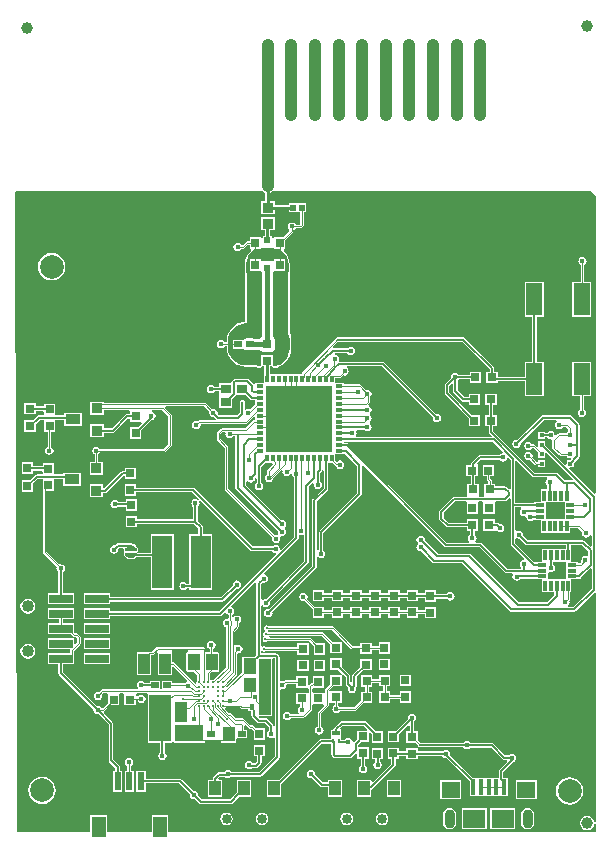
<source format=gtl>
G04*
G04 #@! TF.GenerationSoftware,Altium Limited,Altium Designer,20.2.4 (192)*
G04*
G04 Layer_Physical_Order=1*
G04 Layer_Color=255*
%FSLAX25Y25*%
%MOIN*%
G70*
G04*
G04 #@! TF.SameCoordinates,C82156A4-65EB-44BA-A6C3-424022D268A2*
G04*
G04*
G04 #@! TF.FilePolarity,Positive*
G04*
G01*
G75*
%ADD11C,0.00787*%
%ADD12C,0.00600*%
%ADD15C,0.00500*%
%ADD16C,0.00400*%
%ADD20C,0.01000*%
%ADD24R,0.22047X0.22047*%
%ADD25R,0.03150X0.01181*%
%ADD26R,0.01181X0.03642*%
%ADD27R,0.01181X0.02165*%
%ADD28R,0.02165X0.01181*%
%ADD29R,0.03000X0.03000*%
%ADD30R,0.02500X0.02000*%
%ADD31R,0.03000X0.03000*%
%ADD32R,0.05000X0.03600*%
%ADD33R,0.03600X0.03600*%
%ADD34R,0.03937X0.04724*%
%ADD35R,0.01929X0.02047*%
%ADD36R,0.03937X0.07087*%
%ADD37C,0.00827*%
%ADD38R,0.03150X0.03150*%
%ADD39R,0.01713X0.02000*%
%ADD40R,0.04724X0.07087*%
%ADD41R,0.02362X0.06102*%
%ADD42R,0.01575X0.05315*%
%ADD43R,0.07480X0.06102*%
%ADD44R,0.06299X0.05512*%
%ADD45R,0.02953X0.03150*%
%ADD46R,0.01968X0.02284*%
%ADD47R,0.03740X0.03347*%
%ADD48R,0.05472X0.10827*%
%ADD49R,0.05512X0.10827*%
%ADD50R,0.03543X0.03150*%
%ADD51R,0.06890X0.17717*%
%ADD52R,0.01575X0.01575*%
%ADD53R,0.07992X0.02992*%
%ADD54R,0.00984X0.01575*%
%ADD55R,0.02756X0.01575*%
%ADD98C,0.00787*%
%ADD99C,0.00354*%
%ADD100C,0.03937*%
%ADD101C,0.01753*%
%ADD102R,0.07400X0.15600*%
%ADD103R,0.03900X0.18600*%
%ADD104R,0.04300X0.05000*%
%ADD105R,0.04400X0.05500*%
%ADD106R,0.09600X0.05600*%
%ADD107R,0.04300X0.05800*%
%ADD108R,0.04100X0.05700*%
%ADD109C,0.03937*%
%ADD110C,0.07874*%
%ADD111C,0.03347*%
%ADD112O,0.03543X0.06299*%
%ADD113C,0.04016*%
%ADD114C,0.01772*%
%ADD115C,0.01496*%
%ADD116C,0.05000*%
G36*
X83825Y215525D02*
X84594Y215012D01*
X84629Y215005D01*
Y212131D01*
X83230D01*
Y207984D01*
X87770D01*
Y209229D01*
X92441D01*
Y208676D01*
X95170D01*
X95170Y208676D01*
X95630D01*
Y208676D01*
X95670Y208676D01*
X96394D01*
Y204543D01*
X96251Y204400D01*
X94966D01*
X94699Y204799D01*
X94241Y205105D01*
X93700Y205213D01*
X93159Y205105D01*
X92701Y204799D01*
X92395Y204341D01*
X92287Y203800D01*
X92395Y203259D01*
X92701Y202801D01*
X92509Y202328D01*
X90463Y200282D01*
X87559D01*
Y199882D01*
X86784D01*
Y200676D01*
X86271D01*
Y202669D01*
X87770D01*
Y206816D01*
X83230D01*
Y202669D01*
X84529D01*
Y200676D01*
X84016D01*
Y199882D01*
X83241D01*
Y200282D01*
X79488D01*
Y198907D01*
X78636D01*
X78212Y198731D01*
X77176Y197695D01*
X76628Y197734D01*
X76460Y197986D01*
X76002Y198292D01*
X75461Y198400D01*
X74920Y198292D01*
X74462Y197986D01*
X74155Y197527D01*
X74048Y196987D01*
X74155Y196446D01*
X74462Y195987D01*
X74920Y195681D01*
X75461Y195574D01*
X76002Y195681D01*
X76460Y195987D01*
X76727Y196387D01*
X77316D01*
X77740Y196562D01*
X78885Y197707D01*
X79488D01*
Y196332D01*
X79826D01*
X79995Y195861D01*
X79864Y195754D01*
X79843Y195715D01*
X79804Y195694D01*
X79051Y194777D01*
X79039Y194735D01*
X79004Y194706D01*
X78445Y193661D01*
X78441Y193617D01*
X78413Y193582D01*
X78069Y192447D01*
X78073Y192403D01*
X78052Y192364D01*
X77936Y191184D01*
X77942Y191163D01*
X77934Y191142D01*
Y188858D01*
X77942Y188837D01*
X77936Y188816D01*
X78024Y187917D01*
Y181581D01*
X77950Y181019D01*
X78024Y180457D01*
Y175581D01*
X77950Y175019D01*
X78024Y174457D01*
Y171962D01*
X77027Y171864D01*
X76988Y171843D01*
X76944Y171847D01*
X75809Y171503D01*
X75775Y171475D01*
X75731Y171470D01*
X74685Y170912D01*
X74657Y170877D01*
X74615Y170864D01*
X73698Y170112D01*
X73677Y170073D01*
X73638Y170052D01*
X72886Y169135D01*
X72873Y169093D01*
X72838Y169065D01*
X72280Y168019D01*
X72275Y167975D01*
X72247Y167941D01*
X71903Y166806D01*
X71907Y166762D01*
X71886Y166723D01*
X71770Y165542D01*
X71603Y165368D01*
X71027Y165407D01*
X70899Y165599D01*
X70441Y165905D01*
X69900Y166013D01*
X69359Y165905D01*
X68901Y165599D01*
X68595Y165141D01*
X68487Y164600D01*
X68595Y164059D01*
X68901Y163601D01*
X69359Y163295D01*
X69900Y163187D01*
X70441Y163295D01*
X70899Y163601D01*
X71166Y164000D01*
X71768D01*
Y163500D01*
X71776Y163479D01*
X71770Y163458D01*
X71886Y162277D01*
X71907Y162238D01*
X71903Y162194D01*
X72247Y161059D01*
X72275Y161025D01*
X72280Y160981D01*
X72838Y159935D01*
X72873Y159907D01*
X72886Y159865D01*
X73638Y158948D01*
X73677Y158927D01*
X73698Y158888D01*
X74615Y158136D01*
X74657Y158123D01*
X74685Y158089D01*
X75731Y157529D01*
X75775Y157525D01*
X75809Y157497D01*
X76944Y157153D01*
X76988Y157157D01*
X77027Y157136D01*
X78208Y157020D01*
X78229Y157027D01*
X78250Y157018D01*
X80750D01*
X80771Y157027D01*
X80792Y157020D01*
X81412Y157081D01*
X82494Y156753D01*
X82538Y156757D01*
X82577Y156736D01*
X82884Y156706D01*
X82901Y156711D01*
X82918Y156704D01*
X83057Y156759D01*
X83201Y156802D01*
X83209Y156818D01*
X83226Y156825D01*
X83616Y157200D01*
X84365D01*
Y154534D01*
X84246D01*
Y151581D01*
X81293D01*
Y151460D01*
X80986Y151311D01*
X80793Y151286D01*
X79239Y152839D01*
X78992Y153005D01*
X78700Y153063D01*
X78700Y153063D01*
X74661D01*
X74661Y153063D01*
X74369Y153005D01*
X74122Y152839D01*
X74122Y152839D01*
X73661Y152378D01*
X73495Y152131D01*
X73437Y151839D01*
X73014Y151640D01*
X69372D01*
Y150363D01*
X67757D01*
X67599Y150599D01*
X67141Y150905D01*
X66600Y151013D01*
X66059Y150905D01*
X65601Y150599D01*
X65295Y150141D01*
X65187Y149600D01*
X65295Y149059D01*
X65601Y148601D01*
X66059Y148295D01*
X66600Y148187D01*
X67141Y148295D01*
X67599Y148601D01*
X67757Y148837D01*
X69372D01*
Y147691D01*
X69372Y147691D01*
Y147309D01*
X69372D01*
X69372Y147191D01*
Y143360D01*
X73716D01*
Y146231D01*
X74739Y147254D01*
X74739Y147254D01*
X74905Y147502D01*
X74942Y147691D01*
X78149D01*
X79725Y146114D01*
X79725Y146114D01*
X79973Y145949D01*
X80265Y145891D01*
X81293D01*
Y144543D01*
X79509Y142760D01*
X79441Y142805D01*
X78900Y142913D01*
X78359Y142805D01*
X78319Y142778D01*
X77819Y143045D01*
Y145335D01*
X77760Y145626D01*
X77595Y145874D01*
X77348Y146039D01*
X77056Y146097D01*
X76764Y146039D01*
X76517Y145874D01*
X76351Y145626D01*
X76293Y145335D01*
Y141760D01*
X75396Y140863D01*
X69216D01*
X68757Y141321D01*
X68813Y141600D01*
X68705Y142141D01*
X68399Y142599D01*
X67941Y142905D01*
X67400Y143013D01*
X66929Y142919D01*
X64924Y144924D01*
X64500Y145100D01*
X30800D01*
Y145400D01*
X26400D01*
Y141000D01*
X30800D01*
Y142600D01*
X39183D01*
X39600Y142400D01*
X39600Y142100D01*
Y141263D01*
X38600D01*
X38600Y141263D01*
X38308Y141205D01*
X38061Y141039D01*
X38061Y141039D01*
X33484Y136463D01*
X30800D01*
Y137900D01*
X26400D01*
Y133500D01*
X30800D01*
Y134937D01*
X33800D01*
X33800Y134937D01*
X34092Y134995D01*
X34339Y135161D01*
X38916Y139737D01*
X39600D01*
Y138600D01*
X43314D01*
X43607Y138186D01*
X42321Y136900D01*
X39600D01*
Y133100D01*
X43400D01*
Y135821D01*
X46907Y139328D01*
X47241Y139395D01*
X47699Y139701D01*
X48005Y140159D01*
X48113Y140700D01*
X48005Y141241D01*
X47699Y141699D01*
X47241Y142005D01*
X46765Y142100D01*
X46815Y142600D01*
X50320D01*
X52300Y140620D01*
Y131349D01*
X50652Y129700D01*
X29666D01*
X29399Y130099D01*
X28941Y130405D01*
X28400Y130513D01*
X27859Y130405D01*
X27401Y130099D01*
X27095Y129641D01*
X26987Y129100D01*
X27095Y128559D01*
X27401Y128101D01*
X27800Y127834D01*
Y125400D01*
X26100D01*
Y121000D01*
X30500D01*
Y125400D01*
X29000D01*
Y127834D01*
X29399Y128101D01*
X29666Y128500D01*
X50900D01*
X51324Y128676D01*
X53324Y130676D01*
X53500Y131100D01*
Y140869D01*
X53324Y141293D01*
X51217Y143400D01*
X51424Y143900D01*
X64252D01*
X66081Y142071D01*
X65987Y141600D01*
X66095Y141059D01*
X66401Y140601D01*
X66859Y140295D01*
X67400Y140187D01*
X67679Y140243D01*
X68167Y139754D01*
X67960Y139254D01*
X62754D01*
X62330Y139079D01*
X62171Y138919D01*
X61700Y139013D01*
X61159Y138905D01*
X60701Y138599D01*
X60395Y138141D01*
X60287Y137600D01*
X60395Y137059D01*
X60701Y136601D01*
X61159Y136295D01*
X61700Y136187D01*
X62241Y136295D01*
X62699Y136601D01*
X63005Y137059D01*
X63113Y137600D01*
X63099Y137668D01*
X63417Y138055D01*
X78221D01*
X78646Y138230D01*
X80831Y140416D01*
X81293Y140224D01*
Y139380D01*
X80980D01*
X80555Y139204D01*
X77851Y136500D01*
X70200D01*
X69776Y136324D01*
X68676Y135224D01*
X68500Y134800D01*
Y132900D01*
X68676Y132476D01*
X71100Y130052D01*
Y116300D01*
X71276Y115876D01*
X86981Y100171D01*
X86887Y99700D01*
X86995Y99159D01*
X87301Y98701D01*
X87759Y98395D01*
X88300Y98287D01*
X88841Y98395D01*
X89299Y98701D01*
X89605Y99159D01*
X89713Y99700D01*
X89615Y100194D01*
X89736Y100396D01*
X89941Y100639D01*
X90200Y100587D01*
X90741Y100695D01*
X91199Y101001D01*
X91505Y101459D01*
X91613Y102000D01*
X91505Y102541D01*
X91199Y102999D01*
X91123Y103050D01*
Y103550D01*
X91199Y103601D01*
X91505Y104059D01*
X91613Y104600D01*
X91505Y105141D01*
X91199Y105599D01*
X90741Y105905D01*
X90200Y106013D01*
X89921Y105957D01*
X78263Y117616D01*
Y118706D01*
X78763Y118858D01*
X78801Y118801D01*
X79259Y118495D01*
X79800Y118387D01*
X80341Y118495D01*
X80799Y118801D01*
X81105Y119259D01*
X81207Y119771D01*
X81221Y119806D01*
X81337Y119891D01*
X81837Y119638D01*
Y118457D01*
X81601Y118299D01*
X81295Y117841D01*
X81187Y117300D01*
X81295Y116759D01*
X81601Y116301D01*
X82059Y115995D01*
X82600Y115887D01*
X83141Y115995D01*
X83599Y116301D01*
X83905Y116759D01*
X84013Y117300D01*
X83905Y117841D01*
X83599Y118299D01*
X83363Y118457D01*
Y123524D01*
X84832Y124994D01*
X86903D01*
X87111Y124494D01*
X85476Y122859D01*
X85300Y122435D01*
Y121266D01*
X84901Y120999D01*
X84595Y120541D01*
X84487Y120000D01*
X84595Y119459D01*
X84901Y119001D01*
X85359Y118695D01*
X85900Y118587D01*
X86441Y118695D01*
X86899Y119001D01*
X87205Y119459D01*
X87274Y119804D01*
X89978Y122508D01*
X90439Y122262D01*
X90387Y122000D01*
X90495Y121459D01*
X90801Y121001D01*
X91259Y120695D01*
X91800Y120587D01*
X92341Y120695D01*
X92799Y121001D01*
X93105Y121459D01*
X93587Y121400D01*
X93695Y120859D01*
X94001Y120401D01*
X94237Y120243D01*
Y100316D01*
X89946Y96024D01*
X89485Y96271D01*
X89511Y96400D01*
X89403Y96941D01*
X89097Y97399D01*
X88638Y97705D01*
X88098Y97813D01*
X87557Y97705D01*
X87098Y97399D01*
X86940Y97163D01*
X80516D01*
X61139Y116539D01*
X60892Y116705D01*
X60600Y116763D01*
X60600Y116763D01*
X41600D01*
Y117900D01*
X37800D01*
Y114100D01*
X41600D01*
Y115237D01*
X60284D01*
X62465Y113057D01*
X62146Y112668D01*
X61941Y112805D01*
X61400Y112913D01*
X60859Y112805D01*
X60401Y112499D01*
X60095Y112041D01*
X59987Y111500D01*
X60095Y110959D01*
X60401Y110501D01*
X60637Y110343D01*
Y106163D01*
X41900D01*
Y107300D01*
X38100D01*
Y103500D01*
X41900D01*
Y104637D01*
X61084D01*
X62335Y103386D01*
Y101158D01*
X59253D01*
Y84663D01*
X58557D01*
X58399Y84899D01*
X57941Y85205D01*
X57400Y85313D01*
X56859Y85205D01*
X56401Y84899D01*
X56095Y84441D01*
X55987Y83900D01*
X56095Y83359D01*
X56401Y82901D01*
X56859Y82595D01*
X57400Y82487D01*
X57941Y82595D01*
X58399Y82901D01*
X58557Y83137D01*
X59253D01*
Y82642D01*
X66943D01*
Y101158D01*
X63860D01*
Y103702D01*
X63860Y103702D01*
X63802Y103994D01*
X63637Y104242D01*
X63637Y104242D01*
X62163Y105716D01*
Y110343D01*
X62399Y110501D01*
X62705Y110959D01*
X62813Y111500D01*
X62705Y112041D01*
X62568Y112246D01*
X62957Y112565D01*
X79661Y95861D01*
X79661Y95861D01*
X79908Y95695D01*
X80200Y95637D01*
X80200Y95637D01*
X86940D01*
X87098Y95401D01*
X87557Y95095D01*
X88098Y94987D01*
X88227Y95013D01*
X88473Y94552D01*
X69389Y75467D01*
X32920D01*
Y76601D01*
X24128D01*
Y72809D01*
X32920D01*
Y73942D01*
X69705D01*
X69705Y73942D01*
X69997Y74000D01*
X70244Y74165D01*
X71160Y75082D01*
X71677Y74963D01*
X71715Y74929D01*
X72001Y74501D01*
X72425Y74218D01*
Y73416D01*
X72038Y73099D01*
X71911Y73124D01*
X71371Y73017D01*
X70912Y72711D01*
X70606Y72252D01*
X70498Y71711D01*
X70606Y71171D01*
X70912Y70712D01*
X71371Y70406D01*
X71525Y70375D01*
Y56984D01*
X67320Y52780D01*
X67307Y52782D01*
X66990Y52719D01*
X66859Y52631D01*
X66791Y52619D01*
X66459Y52730D01*
X66323Y52829D01*
Y54810D01*
X66781Y55267D01*
X68900D01*
X69206Y55394D01*
X69333Y55700D01*
Y61400D01*
X69206Y61706D01*
X68900Y61833D01*
X67300D01*
Y63034D01*
X67699Y63301D01*
X68005Y63759D01*
X68113Y64300D01*
X68005Y64841D01*
X67699Y65299D01*
X67241Y65605D01*
X66700Y65713D01*
X66159Y65605D01*
X65701Y65299D01*
X65395Y64841D01*
X65287Y64300D01*
X65395Y63759D01*
X65701Y63301D01*
X66100Y63034D01*
Y61833D01*
X64800D01*
X64736Y61876D01*
Y62892D01*
X64567Y63299D01*
X64359Y63507D01*
X63953Y63675D01*
X48800D01*
X48393Y63507D01*
X47002Y62115D01*
X46532Y62043D01*
X46532Y62043D01*
X46532Y62043D01*
X41794D01*
Y54157D01*
X46532D01*
Y60891D01*
X47166D01*
X47573Y61059D01*
X48381Y61867D01*
X48881Y61660D01*
Y54157D01*
X53618D01*
Y56864D01*
X54118Y57071D01*
X58622Y52567D01*
X58457Y52025D01*
X58359Y52005D01*
X57901Y51699D01*
X57751Y51475D01*
X53650D01*
Y52300D01*
X50350D01*
Y49898D01*
X50000Y49682D01*
X49650Y49898D01*
Y52300D01*
X46350D01*
Y51763D01*
X44457D01*
X44299Y51999D01*
X43841Y52305D01*
X43300Y52413D01*
X42759Y52305D01*
X42301Y51999D01*
X41995Y51541D01*
X41887Y51000D01*
X41995Y50459D01*
X42301Y50001D01*
X42339Y49975D01*
X42188Y49475D01*
X30400D01*
X29993Y49307D01*
X29400Y48713D01*
X28900Y48813D01*
X28359Y48705D01*
X27901Y48399D01*
X27595Y47941D01*
X27487Y47400D01*
X27595Y46859D01*
X27901Y46401D01*
X28359Y46095D01*
X28900Y45987D01*
X29441Y46095D01*
X29899Y46401D01*
X30205Y46859D01*
X30313Y47400D01*
X30213Y47900D01*
X30638Y48325D01*
X31835D01*
X32200Y48000D01*
X32200Y47825D01*
Y45048D01*
X30490Y43338D01*
X29872Y43390D01*
X29799Y43499D01*
X29341Y43805D01*
X28800Y43913D01*
X28521Y43857D01*
X17278Y55100D01*
Y57809D01*
X20912D01*
Y61001D01*
X20912Y61001D01*
Y62422D01*
X22924Y64434D01*
X23100Y64858D01*
Y66966D01*
X22924Y67390D01*
X22203Y68111D01*
X21779Y68287D01*
X21282D01*
X20912Y68657D01*
Y71601D01*
X17116D01*
Y72809D01*
X20912D01*
Y76601D01*
X12120D01*
Y72809D01*
X15916D01*
Y71601D01*
X12120D01*
Y67809D01*
X20063D01*
X20609Y67263D01*
X21033Y67087D01*
X21530D01*
X21900Y66717D01*
Y65107D01*
X21374Y64581D01*
X20912Y64772D01*
Y66601D01*
X12120D01*
Y62809D01*
X19619D01*
X19712Y62670D01*
Y61601D01*
X12120D01*
Y57809D01*
X15753D01*
Y54784D01*
X15753Y54784D01*
X15811Y54492D01*
X15976Y54245D01*
X27442Y42779D01*
X27387Y42500D01*
X27495Y41959D01*
X27801Y41501D01*
X28259Y41195D01*
X28800Y41087D01*
X29079Y41142D01*
X32437Y37784D01*
Y25900D01*
X32437Y25900D01*
X32495Y25608D01*
X32661Y25361D01*
X34670Y23351D01*
Y22349D01*
X33852D01*
Y15447D01*
X37014D01*
Y22349D01*
X36196D01*
Y23667D01*
X36138Y23959D01*
X35972Y24206D01*
X35972Y24206D01*
X33963Y26216D01*
Y38100D01*
X33963Y38100D01*
X33905Y38392D01*
X33739Y38639D01*
X30867Y41511D01*
X30924Y42076D01*
X33048Y44200D01*
X36000D01*
Y47825D01*
X36000Y48000D01*
X36366Y48325D01*
X37334D01*
X37700Y48000D01*
X37700Y47825D01*
Y44200D01*
X41500D01*
Y45825D01*
X42118D01*
X42401Y45401D01*
X42859Y45095D01*
X43400Y44987D01*
X43941Y45095D01*
X44399Y45401D01*
X44705Y45859D01*
X44813Y46400D01*
X44705Y46941D01*
X44399Y47399D01*
X43941Y47705D01*
X43400Y47813D01*
X42859Y47705D01*
X42401Y47399D01*
X42263Y47193D01*
X41681Y47148D01*
X41500Y47329D01*
X41500Y48000D01*
X41866Y48325D01*
X45259D01*
X45577Y47825D01*
X45567Y47800D01*
Y32200D01*
X45694Y31894D01*
X46000Y31767D01*
X49637D01*
Y28557D01*
X49401Y28399D01*
X49095Y27941D01*
X48987Y27400D01*
X49095Y26859D01*
X49401Y26401D01*
X49859Y26095D01*
X50400Y25987D01*
X50941Y26095D01*
X51399Y26401D01*
X51705Y26859D01*
X51813Y27400D01*
X51705Y27941D01*
X51399Y28399D01*
X51163Y28557D01*
Y31767D01*
X53400D01*
X53706Y31894D01*
X54229Y31850D01*
X54294Y31694D01*
X54600Y31567D01*
X64200D01*
X64506Y31694D01*
X64633Y32000D01*
Y32125D01*
X69867D01*
Y32100D01*
X69994Y31794D01*
X70300Y31667D01*
X74600D01*
X74906Y31794D01*
X75033Y32100D01*
Y32809D01*
X75185Y33246D01*
X78485D01*
Y36046D01*
X77475D01*
Y37404D01*
X77975Y37611D01*
X79093Y36493D01*
X79500Y36325D01*
X80162D01*
X80800Y35686D01*
Y32700D01*
X84600D01*
Y36500D01*
X81614D01*
X80807Y37307D01*
X80400Y37475D01*
X79738D01*
X77507Y39707D01*
X77100Y39875D01*
X74931D01*
X73299Y41507D01*
X72892Y41675D01*
X72569D01*
X71241Y43003D01*
X71448Y43503D01*
X76183D01*
X76493Y43193D01*
X76900Y43025D01*
X78895D01*
Y42200D01*
X80068D01*
Y40770D01*
X80068Y40770D01*
X80126Y40478D01*
X80291Y40230D01*
X81961Y38561D01*
X81961Y38561D01*
X82208Y38395D01*
X82500Y38337D01*
X82500Y38337D01*
X84584D01*
X85937Y36984D01*
Y35757D01*
X85701Y35599D01*
X85395Y35141D01*
X85287Y34600D01*
X85395Y34059D01*
X85701Y33601D01*
X86159Y33295D01*
X86700Y33187D01*
X87241Y33295D01*
X87437Y33426D01*
X87937Y33159D01*
Y27166D01*
X82734Y21963D01*
X73257D01*
X73099Y22199D01*
X72641Y22505D01*
X72100Y22613D01*
X71559Y22505D01*
X71101Y22199D01*
X70876Y21863D01*
X69200D01*
X68908Y21805D01*
X68661Y21639D01*
X68661Y21639D01*
X67313Y20291D01*
X67147Y20044D01*
X67089Y19752D01*
X67001Y19298D01*
X65483D01*
Y13774D01*
X70221D01*
Y19298D01*
X69184D01*
X68977Y19798D01*
X69516Y20337D01*
X71010D01*
X71101Y20201D01*
X71559Y19895D01*
X72100Y19787D01*
X72641Y19895D01*
X73099Y20201D01*
X73257Y20437D01*
X83050D01*
X83050Y20437D01*
X83342Y20495D01*
X83589Y20661D01*
X89239Y26311D01*
X89239Y26311D01*
X89405Y26558D01*
X89463Y26850D01*
X89463Y26850D01*
Y49237D01*
X89963Y49554D01*
X90300Y49487D01*
X90841Y49595D01*
X91299Y49901D01*
X91605Y50359D01*
X91713Y50900D01*
X91708Y50925D01*
X92118Y51425D01*
X94999D01*
Y50100D01*
X98625D01*
X98799Y50100D01*
X99125Y49735D01*
Y48765D01*
X98799Y48400D01*
X94999D01*
Y44600D01*
X96400D01*
Y43766D01*
X96001Y43499D01*
X95695Y43041D01*
X95587Y42500D01*
X95695Y41959D01*
X95884Y41675D01*
X95657Y41175D01*
X93282D01*
X92999Y41599D01*
X92541Y41905D01*
X92000Y42013D01*
X91459Y41905D01*
X91001Y41599D01*
X90695Y41141D01*
X90587Y40600D01*
X90695Y40059D01*
X91001Y39601D01*
X91459Y39295D01*
X92000Y39187D01*
X92541Y39295D01*
X92999Y39601D01*
X93282Y40025D01*
X97400D01*
X97807Y40193D01*
X100107Y42493D01*
X100275Y42900D01*
Y44193D01*
X100500Y44600D01*
X100775Y44600D01*
X104079D01*
X104286Y44100D01*
X102293Y42107D01*
X102125Y41700D01*
Y37082D01*
X101701Y36799D01*
X101395Y36341D01*
X101287Y35800D01*
X101395Y35259D01*
X101701Y34801D01*
X102159Y34495D01*
X102700Y34387D01*
X103241Y34495D01*
X103699Y34801D01*
X104005Y35259D01*
X104113Y35800D01*
X104005Y36341D01*
X103699Y36799D01*
X103275Y37082D01*
Y41462D01*
X105707Y43893D01*
X105875Y44300D01*
Y44982D01*
X106368Y45000D01*
X106375Y45000D01*
X107800D01*
Y44166D01*
X107401Y43899D01*
X107095Y43441D01*
X106987Y42900D01*
X107095Y42359D01*
X107401Y41901D01*
X107859Y41595D01*
X108400Y41487D01*
X108941Y41595D01*
X109399Y41901D01*
X109666Y42300D01*
X114600D01*
X115024Y42476D01*
X117448Y44900D01*
X120400D01*
Y48700D01*
X119100D01*
Y50400D01*
X120400D01*
Y51700D01*
X122600D01*
Y50500D01*
X123900D01*
Y48800D01*
X122600D01*
Y45000D01*
X126400D01*
Y46300D01*
X129500D01*
Y45100D01*
X133300D01*
Y48900D01*
X129500D01*
Y47500D01*
X126400D01*
Y48800D01*
X125100D01*
Y50500D01*
X126400D01*
Y54300D01*
X122600D01*
Y52900D01*
X120400D01*
Y54200D01*
X116600D01*
Y50400D01*
X117900D01*
Y48700D01*
X116600D01*
Y45748D01*
X114351Y43500D01*
X109666D01*
X109399Y43899D01*
X109000Y44166D01*
Y45000D01*
X110168D01*
Y48800D01*
X106375D01*
X106368Y48800D01*
X106151Y48808D01*
X105995Y49314D01*
X107181Y50500D01*
X110168D01*
Y53826D01*
X110168Y54150D01*
X110628Y54397D01*
X111489Y53536D01*
Y51275D01*
X111489Y51275D01*
X111547Y50983D01*
X111712Y50735D01*
X112280Y50168D01*
X112187Y49700D01*
X112295Y49159D01*
X112601Y48701D01*
X113059Y48395D01*
X113600Y48287D01*
X114141Y48395D01*
X114599Y48701D01*
X114905Y49159D01*
X115013Y49700D01*
X114913Y50201D01*
X114939Y50227D01*
X115105Y50475D01*
X115163Y50766D01*
Y53584D01*
X117379Y55800D01*
X120100D01*
Y59600D01*
X116300D01*
Y56879D01*
X113861Y54439D01*
X113695Y54192D01*
X113637Y53900D01*
X113637Y53900D01*
Y52143D01*
X113137Y51875D01*
X113014Y51958D01*
Y53851D01*
X113014Y53851D01*
X112956Y54143D01*
X112791Y54391D01*
X112791Y54391D01*
X110102Y57080D01*
Y59801D01*
X106302D01*
Y56001D01*
X109023D01*
X110265Y54760D01*
X110017Y54300D01*
X109730Y54300D01*
X106368D01*
Y51314D01*
X104893Y49839D01*
X104725Y49432D01*
Y48582D01*
X104300Y48400D01*
X104225Y48400D01*
X100775D01*
X100500Y48400D01*
X100275Y48807D01*
Y49693D01*
X100500Y50100D01*
X104300D01*
Y53900D01*
X100500D01*
Y51875D01*
X100093Y51707D01*
X99299Y50913D01*
X99266Y50913D01*
X98799Y51020D01*
Y53900D01*
X94999D01*
Y52575D01*
X91400D01*
X90993Y52407D01*
X90800Y52214D01*
X90300Y52313D01*
X89963Y52246D01*
X89463Y52563D01*
Y60239D01*
X89463Y60239D01*
X89405Y60531D01*
X89239Y60778D01*
X89239Y60778D01*
X88778Y61239D01*
X88531Y61405D01*
X88239Y61463D01*
X88239Y61463D01*
X83263D01*
Y62194D01*
X83756Y62356D01*
X84051Y62158D01*
X84400Y62089D01*
X84749Y62158D01*
X85044Y62356D01*
X85090Y62425D01*
X95300D01*
Y61101D01*
X99100D01*
Y64901D01*
X95300D01*
Y63575D01*
X85090D01*
X85044Y63644D01*
X84749Y63842D01*
X84400Y63911D01*
X84051Y63842D01*
X83756Y63644D01*
X83263Y63806D01*
Y77306D01*
X83763Y77458D01*
X83801Y77401D01*
X84259Y77095D01*
X84800Y76987D01*
X85341Y77095D01*
X85799Y77401D01*
X86105Y77859D01*
X86213Y78400D01*
X86158Y78679D01*
X98939Y91461D01*
X98939Y91461D01*
X99105Y91708D01*
X99163Y92000D01*
Y116984D01*
X100376Y118198D01*
X100837Y117951D01*
X100787Y117700D01*
X100895Y117159D01*
X101201Y116701D01*
X101659Y116395D01*
X102200Y116287D01*
X102741Y116395D01*
X103199Y116701D01*
X103505Y117159D01*
X103613Y117700D01*
X103505Y118241D01*
X103199Y118699D01*
X102963Y118857D01*
Y121684D01*
X103492Y122213D01*
X103657Y122461D01*
X103659Y122467D01*
X104159Y122418D01*
Y116737D01*
X100461Y113039D01*
X100295Y112792D01*
X100237Y112500D01*
X100237Y112500D01*
Y90516D01*
X85979Y76257D01*
X85700Y76313D01*
X85159Y76205D01*
X84701Y75899D01*
X84395Y75441D01*
X84287Y74900D01*
X84395Y74359D01*
X84701Y73901D01*
X85159Y73595D01*
X85700Y73487D01*
X86241Y73595D01*
X86699Y73901D01*
X87005Y74359D01*
X87113Y74900D01*
X87058Y75179D01*
X101539Y89661D01*
X101539Y89661D01*
X101705Y89908D01*
X101763Y90200D01*
X101763Y90200D01*
Y93606D01*
X102263Y93758D01*
X102301Y93701D01*
X102759Y93395D01*
X103300Y93287D01*
X103841Y93395D01*
X104299Y93701D01*
X104605Y94159D01*
X104713Y94700D01*
X104605Y95241D01*
X104299Y95699D01*
X104063Y95857D01*
Y101484D01*
X116539Y113961D01*
X116539Y113961D01*
X116705Y114208D01*
X116763Y114500D01*
Y124052D01*
X117263Y124259D01*
X144461Y97061D01*
X144708Y96895D01*
X145000Y96837D01*
X145000Y96837D01*
X156084D01*
X164461Y88461D01*
X164461Y88461D01*
X164708Y88295D01*
X165000Y88237D01*
X165000Y88237D01*
X166992D01*
X167259Y87737D01*
X167195Y87641D01*
X167087Y87100D01*
X167195Y86559D01*
X167501Y86101D01*
X167959Y85795D01*
X168500Y85687D01*
X169041Y85795D01*
X169499Y86101D01*
X169668Y86353D01*
X174805D01*
Y86141D01*
X176872D01*
Y81810D01*
X181037D01*
Y80816D01*
X178684Y78463D01*
X169216D01*
X153139Y94539D01*
X152892Y94705D01*
X152600Y94763D01*
X152600Y94763D01*
X142216D01*
X137857Y99121D01*
X137913Y99400D01*
X137805Y99941D01*
X137499Y100399D01*
X137041Y100705D01*
X136500Y100813D01*
X135959Y100705D01*
X135501Y100399D01*
X135195Y99941D01*
X135087Y99400D01*
X135195Y98859D01*
X135501Y98401D01*
X135502Y98400D01*
Y97900D01*
X135501Y97899D01*
X135195Y97441D01*
X135087Y96900D01*
X135195Y96359D01*
X135501Y95901D01*
X135959Y95595D01*
X136500Y95487D01*
X136696Y95526D01*
X140461Y91761D01*
X140708Y91595D01*
X141000Y91537D01*
X150284D01*
X166161Y75661D01*
X166408Y75495D01*
X166700Y75437D01*
X166700Y75437D01*
X187700D01*
X187700Y75437D01*
X187992Y75495D01*
X188239Y75661D01*
X194341Y81762D01*
X194841Y81555D01*
Y5422D01*
X194341Y5373D01*
X194231Y5924D01*
X193708Y6708D01*
X192924Y7231D01*
X192000Y7415D01*
X191076Y7231D01*
X190292Y6708D01*
X189769Y5924D01*
X189585Y5000D01*
X189769Y4076D01*
X190292Y3292D01*
X191076Y2769D01*
X192000Y2585D01*
X192924Y2769D01*
X193708Y3292D01*
X194231Y4076D01*
X194341Y4627D01*
X194841Y4578D01*
Y2010D01*
X52368D01*
Y7585D01*
X46844D01*
Y2010D01*
X31896D01*
Y7585D01*
X26372D01*
Y2010D01*
X2010D01*
X1101Y215246D01*
X1454Y215600D01*
X83775D01*
X83825Y215525D01*
D02*
G37*
G36*
X87559Y196332D02*
X89444D01*
X89745Y196171D01*
X90662Y195419D01*
X91414Y194502D01*
X91973Y193457D01*
X92317Y192322D01*
X92433Y191142D01*
Y188858D01*
X92343Y187938D01*
Y168501D01*
X92389Y168415D01*
X92733Y167280D01*
X92849Y166100D01*
Y163100D01*
X92733Y161920D01*
X92389Y160785D01*
X91830Y159739D01*
X91077Y158823D01*
X90161Y158070D01*
X89115Y157511D01*
X87980Y157167D01*
X87674Y157137D01*
X87200Y157593D01*
Y161000D01*
X83400D01*
Y157593D01*
X82926Y157137D01*
X82620Y157167D01*
X81485Y157511D01*
X81466Y157521D01*
X80750Y157451D01*
X78250D01*
X77070Y157567D01*
X75935Y157911D01*
X74889Y158470D01*
X73973Y159223D01*
X73220Y160139D01*
X72661Y161185D01*
X72317Y162320D01*
X72201Y163500D01*
Y165500D01*
X72317Y166680D01*
X72661Y167815D01*
X73220Y168861D01*
X73973Y169777D01*
X74889Y170530D01*
X75935Y171089D01*
X77070Y171433D01*
X78250Y171549D01*
X78457D01*
Y187938D01*
X78367Y188858D01*
Y191142D01*
X78483Y192322D01*
X78827Y193457D01*
X79386Y194502D01*
X80138Y195419D01*
X81055Y196171D01*
X81356Y196332D01*
X83241D01*
Y196732D01*
X87559D01*
Y196332D01*
D02*
G37*
G36*
X194841Y214059D02*
Y114895D01*
X194341Y114688D01*
X185903Y123126D01*
X186094Y123588D01*
X187512D01*
Y124884D01*
X189239Y126612D01*
X189405Y126859D01*
X189463Y127151D01*
Y131275D01*
X189463Y131276D01*
X189463Y131276D01*
Y137600D01*
X189405Y137892D01*
X189239Y138139D01*
X189239Y138139D01*
X186739Y140639D01*
X186492Y140805D01*
X186200Y140863D01*
X186200Y140863D01*
X177200D01*
X177200Y140863D01*
X176908Y140805D01*
X176661Y140639D01*
X168679Y132658D01*
X168400Y132713D01*
X167859Y132605D01*
X167401Y132299D01*
X167095Y131841D01*
X166987Y131300D01*
X167095Y130759D01*
X167401Y130301D01*
X167859Y129995D01*
X168400Y129887D01*
X168941Y129995D01*
X169399Y130301D01*
X169705Y130759D01*
X169813Y131300D01*
X169757Y131579D01*
X177516Y139337D01*
X181656D01*
X181808Y138837D01*
X181601Y138699D01*
X181295Y138241D01*
X181187Y137700D01*
X181295Y137159D01*
X181601Y136701D01*
X182059Y136395D01*
X182600Y136287D01*
X183141Y136395D01*
X183599Y136701D01*
X183866Y137100D01*
X184951D01*
X185724Y136327D01*
Y135412D01*
X185137D01*
Y134824D01*
X182524D01*
X182100Y134649D01*
X181662Y134211D01*
X181637Y134212D01*
X181152Y134408D01*
X181081Y134765D01*
X180775Y135223D01*
X180316Y135530D01*
X179776Y135637D01*
X179235Y135530D01*
X178777Y135223D01*
X178619Y134987D01*
X178063D01*
Y135412D01*
X175688D01*
Y133037D01*
X178063D01*
Y133462D01*
X178619D01*
X178777Y133225D01*
X179235Y132919D01*
X179776Y132811D01*
X179938Y132844D01*
X179980Y132831D01*
X180400Y132426D01*
Y130100D01*
X180576Y129676D01*
X182750Y127501D01*
X183175Y127325D01*
X185137D01*
Y126738D01*
X186472D01*
X186668Y126285D01*
X186406Y125963D01*
X185137D01*
Y124545D01*
X184675Y124354D01*
X178063Y130966D01*
Y132262D01*
X175688D01*
Y130614D01*
X175226Y130423D01*
X174625Y131024D01*
X174201Y131200D01*
X173666D01*
X173399Y131599D01*
X172941Y131905D01*
X172400Y132013D01*
X171859Y131905D01*
X171401Y131599D01*
X171095Y131141D01*
X170987Y130600D01*
X171095Y130059D01*
X171401Y129601D01*
X171859Y129295D01*
X172400Y129187D01*
X172941Y129295D01*
X173399Y129601D01*
X173534Y129803D01*
X174106Y129846D01*
X175688Y128264D01*
Y126738D01*
X178063D01*
Y128156D01*
X178525Y128347D01*
X187209Y119663D01*
X187002Y119163D01*
X184516D01*
X182139Y121539D01*
X181892Y121705D01*
X181600Y121763D01*
X181600Y121763D01*
X174516D01*
X160663Y135616D01*
Y137200D01*
X161800D01*
Y141000D01*
X160663D01*
Y144237D01*
X161769D01*
Y148037D01*
X157969D01*
Y144237D01*
X159137D01*
Y141000D01*
X158000D01*
Y137200D01*
X159137D01*
Y135300D01*
X159137Y135300D01*
X159195Y135008D01*
X159361Y134761D01*
X160097Y134025D01*
X159905Y133563D01*
X115029D01*
X115021Y133571D01*
X114807Y134063D01*
X115005Y134359D01*
X115113Y134900D01*
X115005Y135441D01*
X114934Y135548D01*
X115201Y136048D01*
X116945D01*
X117000Y136037D01*
X117610D01*
X117701Y135901D01*
X118159Y135595D01*
X118700Y135487D01*
X119241Y135595D01*
X119699Y135901D01*
X120005Y136359D01*
X120113Y136900D01*
X120005Y137441D01*
X119699Y137899D01*
X119450Y138065D01*
Y138635D01*
X119699Y138801D01*
X120005Y139259D01*
X120113Y139800D01*
X120005Y140341D01*
X119699Y140799D01*
X119450Y140965D01*
Y141535D01*
X119699Y141701D01*
X120005Y142159D01*
X120113Y142700D01*
X120005Y143241D01*
X119699Y143699D01*
X119241Y144005D01*
X119091Y144035D01*
X118926Y144578D01*
X119359Y145010D01*
X119534Y145434D01*
Y146991D01*
X119699Y147101D01*
X120005Y147559D01*
X120113Y148100D01*
X120005Y148641D01*
X119699Y149099D01*
X119241Y149405D01*
X118700Y149513D01*
X118229Y149419D01*
X116634Y151015D01*
X116209Y151191D01*
X110833D01*
Y151581D01*
X107880D01*
Y153334D01*
X109534D01*
X109958Y153510D01*
X110629Y154181D01*
X111100Y154087D01*
X111641Y154195D01*
X112099Y154501D01*
X112405Y154959D01*
X112513Y155500D01*
X112405Y156041D01*
X112099Y156499D01*
X111837Y156674D01*
X111988Y157174D01*
X123547D01*
X140492Y140229D01*
X140437Y139950D01*
X140545Y139409D01*
X140851Y138951D01*
X141309Y138645D01*
X141850Y138537D01*
X142391Y138645D01*
X142849Y138951D01*
X143155Y139409D01*
X143263Y139950D01*
X143155Y140491D01*
X142849Y140949D01*
X142391Y141255D01*
X141850Y141363D01*
X141571Y141307D01*
X124402Y158476D01*
X124155Y158642D01*
X123863Y158700D01*
X123863Y158700D01*
X109400D01*
X109105Y159159D01*
X109105Y159159D01*
X109213Y159700D01*
X109105Y160241D01*
X108799Y160699D01*
X108341Y161005D01*
X108048Y161064D01*
X107780Y161566D01*
X107779Y161588D01*
X107809Y161637D01*
X112043D01*
X112201Y161401D01*
X112659Y161095D01*
X113200Y160987D01*
X113741Y161095D01*
X114199Y161401D01*
X114505Y161859D01*
X114613Y162400D01*
X114505Y162941D01*
X114199Y163399D01*
X113741Y163705D01*
X113200Y163813D01*
X112659Y163705D01*
X112201Y163399D01*
X112043Y163163D01*
X107383D01*
X107176Y163663D01*
X108663Y165150D01*
X108892Y165195D01*
X109104Y165337D01*
X150284D01*
X159462Y156160D01*
Y155443D01*
X158324D01*
Y151643D01*
X162124D01*
Y152190D01*
X171273D01*
Y147139D01*
X177546D01*
Y158766D01*
X175172D01*
Y173714D01*
X177565D01*
Y185341D01*
X171254D01*
Y173714D01*
X173647D01*
Y158766D01*
X171273D01*
Y153715D01*
X162124D01*
Y155443D01*
X160987D01*
Y156476D01*
X160929Y156767D01*
X160764Y157015D01*
X151139Y166639D01*
X150892Y166805D01*
X150600Y166863D01*
X150600Y166863D01*
X108800D01*
X108508Y166805D01*
X108261Y166639D01*
X108261Y166639D01*
X108061Y166439D01*
X107895Y166192D01*
X107850Y165963D01*
X97054Y155167D01*
X96885Y154761D01*
Y154534D01*
X86107D01*
Y157200D01*
X86984D01*
X87374Y156825D01*
X87391Y156818D01*
X87399Y156802D01*
X87543Y156759D01*
X87682Y156704D01*
X87699Y156711D01*
X87716Y156706D01*
X88023Y156736D01*
X88062Y156757D01*
X88106Y156753D01*
X89241Y157097D01*
X89275Y157125D01*
X89319Y157130D01*
X90365Y157688D01*
X90393Y157723D01*
X90435Y157736D01*
X91352Y158488D01*
X91373Y158527D01*
X91412Y158548D01*
X92164Y159465D01*
X92177Y159507D01*
X92212Y159535D01*
X92770Y160581D01*
X92775Y160625D01*
X92803Y160659D01*
X93147Y161794D01*
X93143Y161838D01*
X93164Y161877D01*
X93280Y163058D01*
X93274Y163079D01*
X93282Y163100D01*
Y164612D01*
X93356Y165174D01*
X93282Y165736D01*
Y166100D01*
X93274Y166121D01*
X93280Y166142D01*
X93164Y167323D01*
X93143Y167362D01*
X93147Y167406D01*
X92803Y168541D01*
X92776Y168574D01*
Y170591D01*
X92850Y171153D01*
X92776Y171715D01*
Y176591D01*
X92850Y177153D01*
X92776Y177715D01*
Y182591D01*
X92850Y183153D01*
X92776Y183715D01*
Y187917D01*
X92864Y188816D01*
X92858Y188837D01*
X92866Y188858D01*
Y191142D01*
X92858Y191163D01*
X92864Y191184D01*
X92748Y192364D01*
X92727Y192403D01*
X92731Y192447D01*
X92387Y193582D01*
X92359Y193617D01*
X92355Y193661D01*
X91796Y194706D01*
X91761Y194735D01*
X91749Y194777D01*
X90996Y195694D01*
X90957Y195715D01*
X90936Y195754D01*
X90805Y195861D01*
X90974Y196332D01*
X91312D01*
Y199433D01*
X93862Y201983D01*
X94037Y202408D01*
Y202454D01*
X94241Y202495D01*
X94699Y202801D01*
X94966Y203200D01*
X96500D01*
X96924Y203376D01*
X97419Y203870D01*
X97594Y204294D01*
Y208676D01*
X98359D01*
Y211524D01*
X95670D01*
X95630Y211524D01*
Y211524D01*
X95170D01*
Y211524D01*
X92441D01*
Y210971D01*
X87770D01*
Y212131D01*
X86371D01*
Y215005D01*
X86406Y215012D01*
X87175Y215525D01*
X87225Y215600D01*
X193300D01*
X194841Y214059D01*
D02*
G37*
G36*
X115237Y124084D02*
Y114816D01*
X102761Y102339D01*
X102595Y102092D01*
X102537Y101800D01*
X102537Y101800D01*
Y96014D01*
X102263Y95807D01*
X101763Y96015D01*
Y112184D01*
X105461Y115882D01*
X105626Y116129D01*
X105684Y116421D01*
X105684Y116421D01*
Y124994D01*
X107032D01*
X107787Y124238D01*
X108212Y124062D01*
X108254D01*
X108295Y123859D01*
X108601Y123401D01*
X109059Y123095D01*
X109600Y122987D01*
X110141Y123095D01*
X110599Y123401D01*
X110905Y123859D01*
X111013Y124400D01*
X110905Y124941D01*
X110599Y125399D01*
X110141Y125705D01*
X109600Y125813D01*
X109059Y125705D01*
X108601Y125399D01*
X108129Y125593D01*
X107880Y125842D01*
Y127946D01*
X110833D01*
Y127946D01*
X111333Y127988D01*
X115237Y124084D01*
D02*
G37*
G36*
X113108Y132095D02*
X113400Y132037D01*
X113400Y132037D01*
X160484D01*
X163822Y128700D01*
X163651Y128163D01*
X163359Y128105D01*
X162901Y127799D01*
X162743Y127563D01*
X156100D01*
X156100Y127563D01*
X155808Y127505D01*
X155561Y127339D01*
X153461Y125239D01*
X153295Y124992D01*
X153237Y124700D01*
X152922Y124341D01*
X151643D01*
Y120541D01*
X153174D01*
Y118042D01*
X152037D01*
Y114242D01*
X152037D01*
X151986Y113763D01*
X147700D01*
X147700Y113763D01*
X147408Y113705D01*
X147161Y113539D01*
X142861Y109239D01*
X142695Y108992D01*
X142637Y108700D01*
X142637Y108700D01*
Y106400D01*
X142637Y106400D01*
X142695Y106108D01*
X142861Y105861D01*
X144998Y103724D01*
X145245Y103558D01*
X145537Y103500D01*
X145537Y103500D01*
X151851D01*
Y102363D01*
X152937D01*
Y100957D01*
X152701Y100799D01*
X152395Y100341D01*
X152287Y99800D01*
X152395Y99259D01*
X152660Y98863D01*
X152589Y98600D01*
X152457Y98363D01*
X145316D01*
X112339Y131339D01*
X112092Y131505D01*
X111800Y131563D01*
X111800Y131563D01*
X110833D01*
Y132111D01*
X113084D01*
X113108Y132095D01*
D02*
G37*
G36*
X166437Y126084D02*
Y116348D01*
X165937Y116141D01*
X165139Y116939D01*
X164892Y117105D01*
X164600Y117163D01*
X164600Y117163D01*
X161337D01*
Y118042D01*
X160100D01*
Y119100D01*
X159924Y119524D01*
X159643Y119805D01*
Y120541D01*
X160943D01*
Y124341D01*
X157143D01*
Y120541D01*
X158443D01*
Y119557D01*
X158619Y119132D01*
X158900Y118851D01*
Y118042D01*
X157537D01*
Y114242D01*
X157537D01*
X157486Y113763D01*
X155888D01*
X155837Y114242D01*
X155837D01*
Y118042D01*
X154700D01*
Y120541D01*
X155443D01*
Y124341D01*
X155427D01*
X155219Y124841D01*
X156416Y126037D01*
X162743D01*
X162901Y125801D01*
X163359Y125495D01*
X163900Y125387D01*
X164441Y125495D01*
X164899Y125801D01*
X165205Y126259D01*
X165263Y126551D01*
X165799Y126722D01*
X166437Y126084D01*
D02*
G37*
G36*
Y113052D02*
Y110968D01*
Y98000D01*
X166437Y98000D01*
X166495Y97708D01*
X166661Y97461D01*
X171023Y93098D01*
X170960Y92852D01*
X170818Y92597D01*
X170359Y92505D01*
X169901Y92199D01*
X169595Y91741D01*
X169487Y91200D01*
X169595Y90659D01*
X169860Y90263D01*
X169789Y90000D01*
X169657Y89763D01*
X165316D01*
X156939Y98139D01*
X156692Y98305D01*
X156400Y98363D01*
X156400Y98363D01*
X154943D01*
X154811Y98600D01*
X154740Y98863D01*
X155005Y99259D01*
X155113Y99800D01*
X155005Y100341D01*
X154699Y100799D01*
X154463Y100957D01*
Y102363D01*
X155651D01*
Y106163D01*
X151851D01*
Y105026D01*
X145853D01*
X144163Y106716D01*
Y108384D01*
X148016Y112237D01*
X151440D01*
X151800Y111900D01*
X151800Y111737D01*
Y108100D01*
X155600D01*
Y111737D01*
X155600Y111900D01*
X155960Y112237D01*
X156940D01*
X157300Y111900D01*
X157300Y111737D01*
Y108100D01*
X161100D01*
Y111737D01*
X161100Y111900D01*
X161460Y112237D01*
X164600D01*
X164600Y112237D01*
X164892Y112295D01*
X165139Y112461D01*
X165937Y113259D01*
X166437Y113052D01*
D02*
G37*
G36*
X173661Y120461D02*
X173661Y120461D01*
X173908Y120295D01*
X174200Y120237D01*
X178535D01*
X178686Y119737D01*
X178432Y119568D01*
X178126Y119109D01*
X178018Y118569D01*
X178126Y118028D01*
X178432Y117569D01*
X178669Y117411D01*
Y116290D01*
X176472D01*
Y111959D01*
X174406D01*
Y111731D01*
X167963D01*
Y125505D01*
X168425Y125697D01*
X173661Y120461D01*
D02*
G37*
G36*
X184445Y109978D02*
Y108009D01*
Y106152D01*
X178355D01*
Y108009D01*
Y109978D01*
Y111848D01*
X184445D01*
Y109978D01*
D02*
G37*
G36*
X71427Y134800D02*
X71387Y134600D01*
X71495Y134059D01*
X71801Y133601D01*
X72259Y133295D01*
X72800Y133187D01*
X73341Y133295D01*
X73799Y133601D01*
X74082Y134025D01*
X74737D01*
Y116700D01*
X74737Y116700D01*
X74795Y116408D01*
X74961Y116161D01*
X88842Y102279D01*
X88787Y102000D01*
X88885Y101506D01*
X88764Y101304D01*
X88559Y101061D01*
X88300Y101113D01*
X87829Y101019D01*
X72300Y116549D01*
Y130300D01*
X72124Y130724D01*
X69700Y133149D01*
Y134552D01*
X70448Y135300D01*
X71045D01*
X71427Y134800D01*
D02*
G37*
G36*
X170061Y109706D02*
X169901Y109599D01*
X169595Y109141D01*
X169487Y108600D01*
X169595Y108059D01*
X169901Y107601D01*
X170359Y107295D01*
X170900Y107187D01*
X171188Y107244D01*
X171572Y107069D01*
X171687Y106873D01*
X171763Y106491D01*
X172069Y106032D01*
X172528Y105726D01*
X173068Y105619D01*
X173609Y105726D01*
X173943Y105949D01*
X174406Y106041D01*
X174406Y106041D01*
X174406Y106041D01*
X176472D01*
Y101710D01*
X186328D01*
Y103331D01*
X189020D01*
X190381Y101971D01*
X190287Y101500D01*
X190395Y100959D01*
X190701Y100501D01*
X191159Y100195D01*
X191700Y100087D01*
X192241Y100195D01*
X192699Y100501D01*
X192937Y100857D01*
X193437Y100763D01*
Y97295D01*
X192975Y97103D01*
X191139Y98939D01*
X191139Y98939D01*
X190892Y99105D01*
X190600Y99163D01*
X185600D01*
X185600Y99163D01*
X185600Y99163D01*
X172216D01*
X170557Y100821D01*
X170613Y101100D01*
X170505Y101641D01*
X170199Y102099D01*
X169741Y102405D01*
X169200Y102513D01*
X168659Y102405D01*
X168463Y102274D01*
X167963Y102541D01*
Y110206D01*
X169909D01*
X170061Y109706D01*
D02*
G37*
G36*
X192337Y95584D02*
Y94096D01*
X191837Y93826D01*
X191400Y93913D01*
X190859Y93805D01*
X190401Y93499D01*
X190095Y93041D01*
X189987Y92500D01*
X190081Y92029D01*
X189720Y91668D01*
X188795D01*
Y92059D01*
X186728D01*
Y96390D01*
X186500D01*
Y97637D01*
X190284D01*
X192337Y95584D01*
D02*
G37*
G36*
X168659Y99795D02*
X169200Y99687D01*
X169479Y99743D01*
X171361Y97861D01*
X171361Y97861D01*
X171608Y97695D01*
X171900Y97637D01*
X171900Y97637D01*
X184974D01*
Y96390D01*
X176872D01*
Y92059D01*
X174805D01*
Y92059D01*
X174305Y91973D01*
X167963Y98316D01*
Y99659D01*
X168463Y99926D01*
X168659Y99795D01*
D02*
G37*
G36*
X184845Y90078D02*
Y86252D01*
X178755D01*
Y88420D01*
X179255Y88687D01*
X179291Y88663D01*
X179832Y88556D01*
X180372Y88663D01*
X180831Y88969D01*
X181137Y89428D01*
X181245Y89969D01*
X181137Y90509D01*
X180831Y90968D01*
X180594Y91126D01*
Y91948D01*
X184845D01*
Y90078D01*
D02*
G37*
G36*
X96700Y100987D02*
X97137Y101074D01*
X97637Y100804D01*
Y92316D01*
X85079Y79757D01*
X84800Y79813D01*
X84259Y79705D01*
X83801Y79399D01*
X83763Y79342D01*
X83263Y79494D01*
Y84484D01*
X83857Y85079D01*
X84136Y85023D01*
X84677Y85131D01*
X85135Y85437D01*
X85442Y85896D01*
X85549Y86436D01*
X85442Y86977D01*
X85135Y87435D01*
X84677Y87742D01*
X84552Y87766D01*
X84388Y88309D01*
X95539Y99461D01*
X95539Y99461D01*
X95705Y99708D01*
X95763Y100000D01*
X95763Y100000D01*
Y100804D01*
X96263Y101074D01*
X96700Y100987D01*
D02*
G37*
G36*
X193437Y89605D02*
Y83016D01*
X187384Y76963D01*
X185644D01*
X185492Y77463D01*
X185699Y77601D01*
X186005Y78059D01*
X186113Y78600D01*
X186015Y79093D01*
X186161Y79240D01*
X186337Y79664D01*
Y81810D01*
X186728D01*
Y86141D01*
X188795D01*
Y86198D01*
X189232Y86369D01*
X189523Y86427D01*
X189771Y86592D01*
X192975Y89797D01*
X193437Y89605D01*
D02*
G37*
G36*
X58800Y62033D02*
X58494Y61906D01*
X58367Y61600D01*
Y55800D01*
X58494Y55494D01*
X58800Y55367D01*
X61019D01*
X62007Y54379D01*
Y52547D01*
X61996Y52539D01*
X61817Y52270D01*
X61753Y51953D01*
X61799Y51724D01*
X61555Y51510D01*
X61386Y51430D01*
X54309Y58507D01*
X53903Y58675D01*
X53618D01*
Y62043D01*
X53618D01*
X53663Y62525D01*
X58780D01*
X58800Y62033D01*
D02*
G37*
G36*
X81284Y85086D02*
X81737Y84800D01*
X81737Y84800D01*
Y61016D01*
X81054Y60333D01*
X77300D01*
X76994Y60206D01*
X76867Y59900D01*
Y55092D01*
X72009Y50234D01*
X71499Y50431D01*
X71491Y50598D01*
X75107Y54215D01*
X75275Y54621D01*
Y61277D01*
X75662Y61595D01*
X75700Y61587D01*
X76241Y61695D01*
X76699Y62001D01*
X77005Y62459D01*
X77113Y63000D01*
X77005Y63541D01*
X76699Y63999D01*
X76241Y64305D01*
X75700Y64413D01*
X75159Y64305D01*
X74875Y64116D01*
X74375Y64343D01*
Y68762D01*
X75707Y70093D01*
X75875Y70500D01*
Y71518D01*
X76299Y71801D01*
X76605Y72259D01*
X76713Y72800D01*
X76605Y73341D01*
X76299Y73799D01*
X75841Y74105D01*
X75300Y74213D01*
X74759Y74105D01*
X74301Y73799D01*
X74075Y73462D01*
X73575Y73601D01*
Y74218D01*
X73999Y74501D01*
X74305Y74959D01*
X74413Y75500D01*
X74305Y76041D01*
X73999Y76499D01*
X73571Y76785D01*
X73537Y76823D01*
X73418Y77340D01*
X81180Y85102D01*
X81284Y85086D01*
D02*
G37*
G36*
X87937Y59923D02*
Y37477D01*
X87437Y37427D01*
X87405Y37592D01*
X87239Y37839D01*
X87239Y37839D01*
X85439Y39639D01*
X85192Y39805D01*
X84900Y39863D01*
X84900Y39863D01*
X82816D01*
X82473Y40205D01*
X82505Y40321D01*
X82719Y40667D01*
X86500D01*
X86806Y40794D01*
X86933Y41100D01*
Y59700D01*
X87091Y59937D01*
X87923D01*
X87937Y59923D01*
D02*
G37*
%LPC*%
G36*
X13500Y194973D02*
X12316Y194817D01*
X11214Y194360D01*
X10266Y193634D01*
X9540Y192686D01*
X9083Y191584D01*
X8927Y190400D01*
X9083Y189216D01*
X9540Y188113D01*
X10266Y187166D01*
X11214Y186440D01*
X12316Y185983D01*
X13500Y185827D01*
X14684Y185983D01*
X15787Y186440D01*
X16734Y187166D01*
X17460Y188113D01*
X17917Y189216D01*
X18073Y190400D01*
X17917Y191584D01*
X17460Y192686D01*
X16734Y193634D01*
X15787Y194360D01*
X14684Y194817D01*
X13500Y194973D01*
D02*
G37*
G36*
X8274Y145085D02*
X4324D01*
Y141135D01*
X8274D01*
Y142348D01*
X10546D01*
X10900Y141994D01*
X10900Y140900D01*
X10413Y140868D01*
X9200D01*
X9200Y140868D01*
X8908Y140810D01*
X8661Y140645D01*
X8661Y140645D01*
X7195Y139180D01*
X4324D01*
Y135230D01*
X8274D01*
Y138101D01*
X9516Y139343D01*
X10459D01*
X10900Y139200D01*
X10900Y138843D01*
Y135400D01*
X12100D01*
Y130366D01*
X11701Y130099D01*
X11395Y129641D01*
X11287Y129100D01*
X11395Y128559D01*
X11701Y128101D01*
X12159Y127795D01*
X12700Y127687D01*
X13241Y127795D01*
X13699Y128101D01*
X14005Y128559D01*
X14113Y129100D01*
X14005Y129641D01*
X13699Y130099D01*
X13300Y130366D01*
Y135400D01*
X14700D01*
X14700Y139200D01*
X15141Y139343D01*
X17700D01*
Y137300D01*
X23500D01*
Y141700D01*
X17700D01*
Y140868D01*
X15187D01*
X14700Y140900D01*
X14700Y141368D01*
Y144700D01*
X10900D01*
Y143873D01*
X8274D01*
Y145085D01*
D02*
G37*
G36*
X41600Y123400D02*
X37800D01*
Y122263D01*
X37100D01*
X37100Y122263D01*
X36808Y122205D01*
X36561Y122039D01*
X31000Y116479D01*
X30500Y116501D01*
Y117900D01*
X26100D01*
Y113500D01*
X30500D01*
Y114937D01*
X31300D01*
X31300Y114937D01*
X31592Y114995D01*
X31839Y115161D01*
X37300Y120621D01*
X37800Y120457D01*
Y119600D01*
X41600D01*
Y123400D01*
D02*
G37*
G36*
X7375Y125128D02*
X3425D01*
Y121178D01*
X7375D01*
Y122390D01*
X10146D01*
X10500Y122037D01*
X10500Y121200D01*
X10016Y121163D01*
X8553D01*
X8553Y121163D01*
X8261Y121105D01*
X8014Y120939D01*
X8013Y120939D01*
X6296Y119222D01*
X3425D01*
Y115272D01*
X7375D01*
Y118143D01*
X8869Y119637D01*
X10057D01*
X10500Y119500D01*
X10500Y119137D01*
Y115700D01*
Y95200D01*
X10676Y94776D01*
X15181Y90271D01*
X15087Y89800D01*
X15195Y89259D01*
X15501Y88801D01*
X15737Y88643D01*
Y81601D01*
X12120D01*
Y77809D01*
X20912D01*
Y81601D01*
X17263D01*
Y88643D01*
X17499Y88801D01*
X17805Y89259D01*
X17913Y89800D01*
X17805Y90341D01*
X17499Y90799D01*
X17041Y91105D01*
X16500Y91213D01*
X16029Y91119D01*
X11700Y95448D01*
Y115700D01*
X14300D01*
X14300Y119500D01*
X14743Y119637D01*
X17400D01*
Y117300D01*
X23200D01*
Y121700D01*
X17400D01*
Y121163D01*
X14785D01*
X14300Y121200D01*
X14300Y121663D01*
Y125000D01*
X10500D01*
Y123915D01*
X7375D01*
Y125128D01*
D02*
G37*
G36*
X41900Y112800D02*
X38100D01*
Y111963D01*
X35657D01*
X35499Y112199D01*
X35041Y112505D01*
X34500Y112613D01*
X33959Y112505D01*
X33501Y112199D01*
X33195Y111741D01*
X33087Y111200D01*
X33195Y110659D01*
X33501Y110201D01*
X33959Y109895D01*
X34500Y109787D01*
X35041Y109895D01*
X35499Y110201D01*
X35657Y110437D01*
X38100D01*
Y109000D01*
X41900D01*
Y112800D01*
D02*
G37*
G36*
X54147Y101158D02*
X46457D01*
Y94837D01*
X42306D01*
X42284Y94892D01*
X42276Y94997D01*
X42261Y95009D01*
X42084Y95320D01*
X42209Y95677D01*
X42279Y95877D01*
X42271Y96013D01*
X42284Y96148D01*
X42160Y96547D01*
X42123Y96592D01*
X42113Y96649D01*
X41887Y97010D01*
X41848Y97037D01*
X41831Y97081D01*
X41667Y97251D01*
X41633Y97300D01*
X41591Y97329D01*
X41511Y97411D01*
X41459Y97434D01*
X41426Y97479D01*
X40886Y97809D01*
X40867Y97812D01*
X40838Y97832D01*
X40819Y97836D01*
X40806Y97848D01*
X40526Y97948D01*
X40455Y97944D01*
X40445Y97949D01*
X40439Y97957D01*
X40192Y98122D01*
X39900Y98180D01*
X35517D01*
X35225Y98122D01*
X34978Y97957D01*
X34479Y97457D01*
X34200Y97513D01*
X33659Y97405D01*
X33201Y97099D01*
X32895Y96641D01*
X32787Y96100D01*
X32895Y95559D01*
X33201Y95101D01*
X33659Y94795D01*
X34200Y94687D01*
X34741Y94795D01*
X35199Y95101D01*
X35505Y95559D01*
X35613Y96100D01*
X35581Y96259D01*
X35929Y96655D01*
X37142D01*
X37505Y96155D01*
X37498Y96134D01*
X37503Y96067D01*
X37477Y96006D01*
X37516Y95908D01*
X37524Y95803D01*
X37539Y95791D01*
X37716Y95480D01*
X37591Y95123D01*
X37521Y94923D01*
X37529Y94787D01*
X37516Y94652D01*
X37640Y94253D01*
X37677Y94209D01*
X37687Y94151D01*
X37913Y93790D01*
X37952Y93763D01*
X37969Y93719D01*
X38133Y93549D01*
X38167Y93500D01*
X38209Y93471D01*
X38289Y93389D01*
X38341Y93366D01*
X38374Y93321D01*
X38914Y92991D01*
X38933Y92988D01*
X38962Y92968D01*
X38981Y92964D01*
X38994Y92952D01*
X39274Y92852D01*
X39345Y92856D01*
X39410Y92827D01*
X39705Y92820D01*
X39900Y92782D01*
X40055Y92812D01*
X40280Y92807D01*
X40345Y92832D01*
X40413Y92825D01*
X40783Y92935D01*
X40820Y92965D01*
X40838Y92968D01*
X40844Y92972D01*
X40880Y92977D01*
X41270Y93207D01*
X41298Y93244D01*
X41342Y93260D01*
X41524Y93426D01*
X41633Y93500D01*
X41636Y93503D01*
X46457D01*
Y82642D01*
X54147D01*
Y101158D01*
D02*
G37*
G36*
X75200Y85813D02*
X74659Y85705D01*
X74201Y85399D01*
X73895Y84941D01*
X73787Y84400D01*
X73843Y84121D01*
X69984Y80263D01*
X32920D01*
Y81601D01*
X24128D01*
Y77809D01*
X32920D01*
Y78737D01*
X70300D01*
X70300Y78737D01*
X70592Y78795D01*
X70839Y78961D01*
X74921Y83043D01*
X75200Y82987D01*
X75741Y83095D01*
X76199Y83401D01*
X76505Y83859D01*
X76613Y84400D01*
X76505Y84941D01*
X76199Y85399D01*
X75741Y85705D01*
X75200Y85813D01*
D02*
G37*
G36*
X129459Y82609D02*
X125659D01*
Y81471D01*
X123160D01*
Y82609D01*
X119360D01*
Y81471D01*
X116861D01*
Y82609D01*
X113061D01*
Y81471D01*
X110561D01*
Y82609D01*
X106761D01*
Y81471D01*
X104262D01*
Y82609D01*
X100462D01*
Y78809D01*
X104262D01*
Y79946D01*
X106761D01*
Y78809D01*
X110561D01*
Y79946D01*
X113061D01*
Y78809D01*
X116861D01*
Y79946D01*
X119360D01*
Y78809D01*
X123160D01*
Y79946D01*
X125659D01*
Y78809D01*
X129459D01*
Y79946D01*
X131800D01*
Y78800D01*
X135600D01*
Y79937D01*
X137800D01*
Y78700D01*
X141600D01*
Y79737D01*
X145243D01*
X145401Y79501D01*
X145859Y79195D01*
X146400Y79087D01*
X146941Y79195D01*
X147399Y79501D01*
X147705Y79959D01*
X147813Y80500D01*
X147705Y81041D01*
X147399Y81499D01*
X146941Y81805D01*
X146400Y81913D01*
X145859Y81805D01*
X145401Y81499D01*
X145243Y81263D01*
X141600D01*
Y82500D01*
X137800D01*
Y81463D01*
X135600D01*
Y82600D01*
X131800D01*
Y81471D01*
X129459D01*
Y82609D01*
D02*
G37*
G36*
X5512Y79660D02*
X4572Y79473D01*
X3776Y78941D01*
X3244Y78144D01*
X3057Y77205D01*
X3244Y76265D01*
X3776Y75469D01*
X4572Y74937D01*
X5512Y74750D01*
X6451Y74937D01*
X7248Y75469D01*
X7780Y76265D01*
X7967Y77205D01*
X7780Y78144D01*
X7248Y78941D01*
X6451Y79473D01*
X5512Y79660D01*
D02*
G37*
G36*
X97400Y81713D02*
X96859Y81605D01*
X96401Y81299D01*
X96095Y80841D01*
X95987Y80300D01*
X96095Y79759D01*
X96401Y79301D01*
X96859Y78995D01*
X97400Y78887D01*
X97763Y78959D01*
X100462Y76260D01*
Y73309D01*
X104262D01*
Y74609D01*
X106761D01*
Y73309D01*
X110561D01*
Y74609D01*
X113061D01*
Y73309D01*
X116861D01*
Y74609D01*
X119360D01*
Y73309D01*
X123160D01*
Y74609D01*
X125659D01*
Y73309D01*
X129459D01*
Y74609D01*
X131800D01*
Y73300D01*
X135600D01*
Y74600D01*
X137800D01*
Y73200D01*
X141600D01*
Y77000D01*
X137800D01*
Y75800D01*
X135600D01*
Y77100D01*
X131800D01*
Y75809D01*
X129459D01*
Y77109D01*
X125659D01*
Y75809D01*
X123160D01*
Y77109D01*
X119360D01*
Y75809D01*
X116861D01*
Y77109D01*
X113061D01*
Y75809D01*
X110561D01*
Y77109D01*
X106761D01*
Y75809D01*
X104262D01*
Y77109D01*
X101311D01*
X98687Y79732D01*
X98705Y79759D01*
X98813Y80300D01*
X98705Y80841D01*
X98399Y81299D01*
X97941Y81605D01*
X97400Y81713D01*
D02*
G37*
G36*
X32920Y71601D02*
X24128D01*
Y67809D01*
X32920D01*
Y71601D01*
D02*
G37*
G36*
Y66601D02*
X24128D01*
Y62809D01*
X32920D01*
Y66601D01*
D02*
G37*
G36*
X85100Y70811D02*
X84751Y70742D01*
X84456Y70544D01*
X84258Y70249D01*
X84189Y69900D01*
X84258Y69551D01*
X84456Y69256D01*
X84459Y69253D01*
X84455Y69004D01*
X84388Y68700D01*
X84156Y68544D01*
X83958Y68249D01*
X83889Y67900D01*
X83958Y67551D01*
X84156Y67256D01*
X83999Y66759D01*
X83858Y66549D01*
X83789Y66200D01*
X83858Y65851D01*
X84056Y65556D01*
X84351Y65358D01*
X84700Y65289D01*
X85049Y65358D01*
X85344Y65556D01*
X85390Y65625D01*
X99264D01*
X100801Y64087D01*
Y61101D01*
X104601D01*
Y64901D01*
X101615D01*
X99909Y66607D01*
X99502Y66775D01*
X86181D01*
X85918Y67275D01*
X85951Y67323D01*
X85957Y67325D01*
X103465D01*
X106302Y64487D01*
Y61501D01*
X110102D01*
Y65301D01*
X107116D01*
X104110Y68307D01*
X103703Y68475D01*
X85913D01*
X85693Y68626D01*
X85484Y68972D01*
X85512Y69100D01*
X85744Y69256D01*
X85790Y69325D01*
X106966D01*
X113296Y62994D01*
X113703Y62826D01*
X116300D01*
Y61300D01*
X120100D01*
Y62700D01*
X122500D01*
Y61400D01*
X126300D01*
Y65200D01*
X122500D01*
Y63900D01*
X120100D01*
Y65100D01*
X116300D01*
Y63976D01*
X113941D01*
X107611Y70307D01*
X107204Y70475D01*
X85790D01*
X85744Y70544D01*
X85449Y70742D01*
X85100Y70811D01*
D02*
G37*
G36*
X5512Y64660D02*
X4572Y64473D01*
X3776Y63941D01*
X3244Y63144D01*
X3057Y62205D01*
X3244Y61265D01*
X3776Y60469D01*
X4572Y59937D01*
X5512Y59750D01*
X6451Y59937D01*
X7248Y60469D01*
X7780Y61265D01*
X7967Y62205D01*
X7780Y63144D01*
X7248Y63941D01*
X6451Y64473D01*
X5512Y64660D01*
D02*
G37*
G36*
X32920Y61601D02*
X24128D01*
Y57809D01*
X32920D01*
Y61601D01*
D02*
G37*
G36*
X126300Y59700D02*
X122500D01*
Y55900D01*
X126300D01*
Y59700D01*
D02*
G37*
G36*
X104601Y59401D02*
X100801D01*
Y55601D01*
X104601D01*
Y59401D01*
D02*
G37*
G36*
X99100D02*
X95300D01*
Y55601D01*
X99100D01*
Y59401D01*
D02*
G37*
G36*
X133300Y54400D02*
X129500D01*
Y50600D01*
X133300D01*
Y54400D01*
D02*
G37*
G36*
X117800Y38863D02*
X117800Y38863D01*
X110200D01*
X110200Y38863D01*
X109908Y38805D01*
X109661Y38639D01*
X109661Y38639D01*
X107761Y36739D01*
X107595Y36492D01*
X107537Y36200D01*
X107072Y36065D01*
X106522D01*
Y33691D01*
X106522D01*
Y33385D01*
X106340Y32885D01*
X103123D01*
X103123Y32885D01*
X102831Y32827D01*
X102584Y32661D01*
X89221Y19298D01*
X85168D01*
Y13774D01*
X89906D01*
Y17872D01*
X90045Y17965D01*
X103439Y31359D01*
X106522D01*
Y30935D01*
X106750D01*
Y27761D01*
X106750Y27761D01*
X106808Y27469D01*
X106973Y27222D01*
X107434Y26761D01*
X107434Y26761D01*
X107682Y26595D01*
X107974Y26537D01*
X107974Y26537D01*
X112900D01*
X112900Y26537D01*
X113192Y26595D01*
X113439Y26761D01*
X114900Y28221D01*
X115400Y28014D01*
Y26400D01*
X116537D01*
Y24057D01*
X116301Y23899D01*
X115995Y23441D01*
X115887Y22900D01*
X115995Y22359D01*
X116301Y21901D01*
X116759Y21595D01*
X117300Y21487D01*
X117841Y21595D01*
X118299Y21901D01*
X118605Y22359D01*
X118713Y22900D01*
X118605Y23441D01*
X118299Y23899D01*
X118063Y24057D01*
Y26400D01*
X119200D01*
Y30200D01*
X115563D01*
Y30984D01*
X116479Y31900D01*
X119200D01*
Y34968D01*
X119662Y35160D01*
X120100Y34721D01*
Y31700D01*
X123900D01*
Y35500D01*
X121479D01*
X118339Y38639D01*
X118092Y38805D01*
X118043Y38814D01*
X117800Y38863D01*
D02*
G37*
G36*
X133600Y41413D02*
X133059Y41305D01*
X132601Y40999D01*
X132295Y40541D01*
X132187Y40000D01*
X132259Y39638D01*
X128221Y35600D01*
X125500D01*
Y31800D01*
X129300D01*
Y34521D01*
X132375Y37597D01*
X132837Y37405D01*
Y35500D01*
X131700D01*
Y31700D01*
X134652D01*
X135459Y30893D01*
X135495Y30708D01*
X135532Y30653D01*
X135640Y30395D01*
X135551Y30123D01*
X135538Y30107D01*
X135286Y30000D01*
X135014Y30000D01*
X131700D01*
Y28863D01*
X129300D01*
Y30100D01*
X125500D01*
Y26300D01*
X126637D01*
Y24716D01*
X120547Y18626D01*
X120085Y18817D01*
Y19298D01*
X115348D01*
Y13773D01*
X120085D01*
Y16094D01*
X120092Y16095D01*
X120339Y16261D01*
X127939Y23861D01*
X127939Y23861D01*
X128105Y24108D01*
X128163Y24400D01*
Y26300D01*
X129300D01*
Y27337D01*
X131700D01*
Y26200D01*
X135500D01*
Y27337D01*
X143509D01*
X143801Y26901D01*
X144259Y26595D01*
X144800Y26487D01*
X145169Y26560D01*
X152819Y18910D01*
Y13874D01*
X154878D01*
X155194Y13874D01*
X155694Y13874D01*
X157753D01*
Y13874D01*
X157937D01*
Y13874D01*
X160312D01*
Y13874D01*
X160496D01*
Y13874D01*
X162871D01*
Y13874D01*
X163055D01*
Y13874D01*
X165430D01*
Y19989D01*
X164134D01*
X164063Y20060D01*
Y21984D01*
X167351Y25272D01*
X167351Y25272D01*
X167416Y25370D01*
X167541Y25395D01*
X167999Y25701D01*
X168305Y26159D01*
X168413Y26700D01*
X168305Y27241D01*
X167999Y27699D01*
X167541Y28005D01*
X167000Y28113D01*
X166459Y28005D01*
X166001Y27699D01*
X165843Y27463D01*
X164716D01*
X160839Y31339D01*
X160592Y31505D01*
X160300Y31563D01*
X160300Y31563D01*
X153191D01*
X152899Y31999D01*
X152441Y32305D01*
X151900Y32413D01*
X151359Y32305D01*
X150901Y31999D01*
X150743Y31763D01*
X136286D01*
X135500Y32548D01*
Y35500D01*
X134363D01*
Y38843D01*
X134599Y39001D01*
X134905Y39459D01*
X135013Y40000D01*
X134905Y40541D01*
X134599Y40999D01*
X134141Y41305D01*
X133600Y41413D01*
D02*
G37*
G36*
X84600Y31000D02*
X80800D01*
Y27200D01*
X81937D01*
Y25416D01*
X81384Y24863D01*
X80524D01*
X80299Y25199D01*
X79841Y25505D01*
X79300Y25613D01*
X78759Y25505D01*
X78301Y25199D01*
X77995Y24741D01*
X77887Y24200D01*
X77995Y23659D01*
X78301Y23201D01*
X78759Y22895D01*
X79300Y22787D01*
X79841Y22895D01*
X80299Y23201D01*
X80390Y23337D01*
X81700D01*
X81700Y23337D01*
X81992Y23395D01*
X82239Y23561D01*
X83239Y24561D01*
X83239Y24561D01*
X83405Y24808D01*
X83463Y25100D01*
Y27200D01*
X84600D01*
Y31000D01*
D02*
G37*
G36*
X123900Y30000D02*
X120100D01*
Y26200D01*
X121337D01*
Y25457D01*
X121101Y25299D01*
X120795Y24841D01*
X120687Y24300D01*
X120795Y23759D01*
X121101Y23301D01*
X121559Y22995D01*
X122100Y22887D01*
X122641Y22995D01*
X123099Y23301D01*
X123405Y23759D01*
X123513Y24300D01*
X123405Y24841D01*
X123099Y25299D01*
X122863Y25457D01*
Y26200D01*
X123900D01*
Y30000D01*
D02*
G37*
G36*
X39200Y26713D02*
X38659Y26605D01*
X38201Y26299D01*
X37895Y25841D01*
X37787Y25300D01*
X37895Y24759D01*
X38201Y24301D01*
X38625Y24018D01*
Y22349D01*
X37789D01*
Y15447D01*
X40951D01*
Y22349D01*
X39775D01*
Y24018D01*
X40199Y24301D01*
X40505Y24759D01*
X40613Y25300D01*
X40505Y25841D01*
X40199Y26299D01*
X39741Y26605D01*
X39200Y26713D01*
D02*
G37*
G36*
X129928Y19298D02*
X125191D01*
Y13773D01*
X129928D01*
Y19298D01*
D02*
G37*
G36*
X99900Y22713D02*
X99359Y22605D01*
X98901Y22299D01*
X98595Y21841D01*
X98487Y21300D01*
X98595Y20759D01*
X98901Y20301D01*
X99359Y19995D01*
X99900Y19887D01*
X100179Y19942D01*
X102961Y17161D01*
X103208Y16995D01*
X103500Y16937D01*
X103500Y16937D01*
X105506D01*
Y13773D01*
X110242D01*
Y19298D01*
X105506D01*
Y18463D01*
X103816D01*
X101258Y21021D01*
X101313Y21300D01*
X101205Y21841D01*
X100899Y22299D01*
X100441Y22605D01*
X99900Y22713D01*
D02*
G37*
G36*
X175273Y19202D02*
X168173D01*
Y12890D01*
X175273D01*
Y19202D01*
D02*
G37*
G36*
X150076D02*
X142976D01*
Y12890D01*
X150076D01*
Y19202D01*
D02*
G37*
G36*
X44888Y22349D02*
X41726D01*
Y15447D01*
X44888D01*
Y18135D01*
X56086D01*
X59576Y14646D01*
X59487Y14200D01*
X59595Y13659D01*
X59901Y13201D01*
X60359Y12895D01*
X60900Y12787D01*
X61346Y12876D01*
X62661Y11561D01*
X62661Y11561D01*
X62908Y11395D01*
X63200Y11337D01*
X73258D01*
X73258Y11337D01*
X73550Y11395D01*
X73798Y11561D01*
X76011Y13774D01*
X80063D01*
Y19298D01*
X75326D01*
Y15200D01*
X75187Y15107D01*
X75187Y15107D01*
X72942Y12863D01*
X63516D01*
X62291Y14088D01*
X62313Y14200D01*
X62205Y14741D01*
X61899Y15199D01*
X61441Y15505D01*
X60900Y15613D01*
X60788Y15591D01*
X56942Y19437D01*
X56694Y19602D01*
X56402Y19660D01*
X56402Y19660D01*
X44888D01*
Y22349D01*
D02*
G37*
G36*
X10300Y20373D02*
X9116Y20217D01*
X8014Y19760D01*
X7066Y19034D01*
X6340Y18087D01*
X5883Y16984D01*
X5727Y15800D01*
X5883Y14616D01*
X6340Y13513D01*
X7066Y12566D01*
X8014Y11840D01*
X9116Y11383D01*
X10300Y11227D01*
X11484Y11383D01*
X12586Y11840D01*
X13534Y12566D01*
X14260Y13513D01*
X14717Y14616D01*
X14873Y15800D01*
X14717Y16984D01*
X14260Y18087D01*
X13534Y19034D01*
X12586Y19760D01*
X11484Y20217D01*
X10300Y20373D01*
D02*
G37*
G36*
X186100Y20173D02*
X184916Y20017D01*
X183814Y19560D01*
X182866Y18834D01*
X182140Y17887D01*
X181683Y16784D01*
X181527Y15600D01*
X181683Y14416D01*
X182140Y13314D01*
X182866Y12366D01*
X183814Y11640D01*
X184916Y11183D01*
X186100Y11027D01*
X187284Y11183D01*
X188386Y11640D01*
X189334Y12366D01*
X190060Y13314D01*
X190517Y14416D01*
X190673Y15600D01*
X190517Y16784D01*
X190060Y17887D01*
X189334Y18834D01*
X188386Y19560D01*
X187284Y20017D01*
X186100Y20173D01*
D02*
G37*
G36*
X71789Y8414D02*
X70980Y8253D01*
X70294Y7795D01*
X69836Y7109D01*
X69675Y6300D01*
X69836Y5491D01*
X70294Y4805D01*
X70980Y4347D01*
X71789Y4186D01*
X72598Y4347D01*
X73284Y4805D01*
X73742Y5491D01*
X73903Y6300D01*
X73742Y7109D01*
X73284Y7795D01*
X72598Y8253D01*
X71789Y8414D01*
D02*
G37*
G36*
X83600Y8414D02*
X82791Y8253D01*
X82105Y7795D01*
X81647Y7109D01*
X81486Y6300D01*
X81647Y5491D01*
X82105Y4805D01*
X82791Y4347D01*
X83600Y4186D01*
X84409Y4347D01*
X85095Y4805D01*
X85553Y5491D01*
X85714Y6300D01*
X85553Y7109D01*
X85095Y7795D01*
X84409Y8253D01*
X83600Y8414D01*
D02*
G37*
G36*
X111811Y8413D02*
X111002Y8252D01*
X110316Y7794D01*
X109858Y7108D01*
X109697Y6299D01*
X109858Y5490D01*
X110316Y4804D01*
X111002Y4346D01*
X111811Y4185D01*
X112620Y4346D01*
X113306Y4804D01*
X113764Y5490D01*
X113925Y6299D01*
X113764Y7108D01*
X113306Y7794D01*
X112620Y8252D01*
X111811Y8413D01*
D02*
G37*
G36*
X123622Y8413D02*
X122813Y8252D01*
X122127Y7794D01*
X121669Y7108D01*
X121508Y6299D01*
X121669Y5490D01*
X122127Y4804D01*
X122813Y4346D01*
X123622Y4185D01*
X124431Y4346D01*
X125117Y4804D01*
X125575Y5490D01*
X125736Y6299D01*
X125575Y7108D01*
X125117Y7794D01*
X124431Y8252D01*
X123622Y8413D01*
D02*
G37*
G36*
X167989Y9851D02*
X159709D01*
Y2949D01*
X167989D01*
Y9851D01*
D02*
G37*
G36*
X158540D02*
X150260D01*
Y2949D01*
X158540D01*
Y9851D01*
D02*
G37*
G36*
X172117Y9992D02*
X171269Y9824D01*
X170551Y9344D01*
X170071Y8625D01*
X169902Y7778D01*
Y5022D01*
X170071Y4175D01*
X170551Y3456D01*
X171269Y2976D01*
X172117Y2808D01*
X172964Y2976D01*
X173682Y3456D01*
X174162Y4175D01*
X174331Y5022D01*
Y7778D01*
X174162Y8625D01*
X173682Y9344D01*
X172964Y9824D01*
X172117Y9992D01*
D02*
G37*
G36*
X146132D02*
X145285Y9824D01*
X144567Y9344D01*
X144087Y8625D01*
X143918Y7778D01*
Y5022D01*
X144087Y4175D01*
X144567Y3456D01*
X145285Y2976D01*
X146132Y2808D01*
X146980Y2976D01*
X147698Y3456D01*
X148178Y4175D01*
X148346Y5022D01*
Y7778D01*
X148178Y8625D01*
X147698Y9344D01*
X146980Y9824D01*
X146132Y9992D01*
D02*
G37*
%LPD*%
G36*
X40380Y97540D02*
X40660Y97440D01*
X41200Y97110D01*
X41520Y96780D01*
X41747Y96419D01*
X41870Y96020D01*
X41800Y95820D01*
X41593Y95702D01*
X38199D01*
X37910Y96000D01*
X38061Y96466D01*
X38230Y96720D01*
X38520Y97010D01*
X38750Y97220D01*
X39140Y97450D01*
X39510Y97560D01*
X40380Y97540D01*
D02*
G37*
G36*
X41890Y94800D02*
X41739Y94334D01*
X41570Y94080D01*
X41280Y93790D01*
X41050Y93580D01*
X40660Y93350D01*
X40290Y93240D01*
X39420Y93260D01*
X39140Y93360D01*
X38600Y93690D01*
X38280Y94020D01*
X38054Y94381D01*
X37930Y94780D01*
X38000Y94980D01*
X38207Y95098D01*
X41601D01*
X41890Y94800D01*
D02*
G37*
G36*
X118659Y36162D02*
X118468Y35700D01*
X115400D01*
Y32979D01*
X114298Y31877D01*
X114097Y31900D01*
X113802Y32053D01*
X113705Y32541D01*
X113399Y32999D01*
X112941Y33305D01*
X112400Y33413D01*
X111859Y33305D01*
X111401Y32999D01*
X111243Y32763D01*
X110078D01*
Y33309D01*
X110078D01*
X110078Y33691D01*
X110078D01*
Y36065D01*
X109897D01*
X109706Y36527D01*
X110516Y37337D01*
X117484D01*
X118659Y36162D01*
D02*
G37*
G36*
X136200Y30237D02*
X136200Y30237D01*
X136209Y30237D01*
X150743D01*
X150901Y30001D01*
X151359Y29695D01*
X151900Y29587D01*
X152441Y29695D01*
X152899Y30001D01*
X152924Y30037D01*
X159984D01*
X163861Y26161D01*
X163861Y26161D01*
X164108Y25995D01*
X164400Y25937D01*
X164400Y25937D01*
X165152D01*
X165359Y25437D01*
X162761Y22839D01*
X162595Y22592D01*
X162537Y22300D01*
X162537Y22300D01*
Y19989D01*
X160496D01*
Y19989D01*
X160312D01*
Y19989D01*
X157937D01*
Y19989D01*
X157753D01*
Y19989D01*
X155694D01*
X155378Y19989D01*
X154878Y19989D01*
X153898D01*
X146175Y27711D01*
X146213Y27900D01*
X146105Y28441D01*
X145799Y28899D01*
X145341Y29205D01*
X144800Y29313D01*
X144259Y29205D01*
X143801Y28899D01*
X143777Y28863D01*
X135500D01*
Y29503D01*
X135500Y29659D01*
X135540Y30006D01*
X135705Y30166D01*
X135743Y30191D01*
X135997Y30278D01*
X136200Y30237D01*
D02*
G37*
%LPC*%
G36*
X91312Y192802D02*
X87559D01*
Y192402D01*
X83241D01*
Y192802D01*
X79488D01*
Y188852D01*
X83241D01*
X83503Y188461D01*
X83507Y188454D01*
Y167041D01*
X83418Y167023D01*
X83094Y166806D01*
X82877Y166482D01*
X82869Y166443D01*
X81033D01*
X80750Y166499D01*
X78250D01*
X77868Y166423D01*
X77543Y166207D01*
X77531Y166188D01*
X77150Y165900D01*
X76821Y165900D01*
X73850D01*
Y163100D01*
X76821D01*
X77150Y163100D01*
X77531Y162812D01*
X77543Y162794D01*
X77868Y162577D01*
X78250Y162501D01*
X80750D01*
X81132Y162577D01*
X81253Y162657D01*
X82917D01*
X83094Y162393D01*
X83418Y162177D01*
X83800Y162101D01*
X86800D01*
X87182Y162177D01*
X87507Y162393D01*
X87723Y162718D01*
X87799Y163100D01*
Y166100D01*
X87723Y166482D01*
X87507Y166806D01*
X87293Y166949D01*
Y188454D01*
X87297Y188461D01*
X87559Y188852D01*
X91312D01*
Y192802D01*
D02*
G37*
G36*
X190400Y193613D02*
X189859Y193505D01*
X189401Y193199D01*
X189095Y192741D01*
X188987Y192200D01*
X189095Y191659D01*
X189401Y191201D01*
X189800Y190934D01*
Y185341D01*
X187002D01*
Y173714D01*
X193313D01*
Y185341D01*
X191000D01*
Y190934D01*
X191399Y191201D01*
X191705Y191659D01*
X191813Y192200D01*
X191705Y192741D01*
X191399Y193199D01*
X190941Y193505D01*
X190400Y193613D01*
D02*
G37*
G36*
X156624Y155443D02*
X152824D01*
Y154363D01*
X149157D01*
X148999Y154599D01*
X148541Y154905D01*
X148000Y155013D01*
X147459Y154905D01*
X147001Y154599D01*
X146695Y154141D01*
X146587Y153600D01*
X146626Y153404D01*
X144661Y151439D01*
X144495Y151192D01*
X144437Y150900D01*
X144437Y150900D01*
Y148300D01*
X144437Y148300D01*
X144495Y148008D01*
X144661Y147761D01*
X152500Y139921D01*
Y137200D01*
X156300D01*
Y141000D01*
X153579D01*
X145963Y148616D01*
Y150584D01*
X146775Y151397D01*
X147237Y151205D01*
Y148800D01*
X147237Y148800D01*
X147295Y148508D01*
X147461Y148261D01*
X150124Y145598D01*
X150124Y145598D01*
X150371Y145432D01*
X150663Y145374D01*
X150663Y145374D01*
X152469D01*
Y144237D01*
X156269D01*
Y148037D01*
X152469D01*
Y146900D01*
X150979D01*
X148763Y149116D01*
Y152443D01*
X148999Y152601D01*
X149157Y152837D01*
X152824D01*
Y151643D01*
X156624D01*
Y155443D01*
D02*
G37*
G36*
X193313Y158766D02*
X187002D01*
Y147139D01*
X189600D01*
Y142966D01*
X189201Y142699D01*
X188895Y142241D01*
X188787Y141700D01*
X188895Y141159D01*
X189201Y140701D01*
X189659Y140395D01*
X190200Y140287D01*
X190741Y140395D01*
X191199Y140701D01*
X191505Y141159D01*
X191613Y141700D01*
X191505Y142241D01*
X191199Y142699D01*
X190800Y142966D01*
Y147139D01*
X193313D01*
Y158766D01*
D02*
G37*
G36*
X172400Y128713D02*
X171859Y128605D01*
X171401Y128299D01*
X171095Y127841D01*
X170987Y127300D01*
X171095Y126759D01*
X171401Y126301D01*
X171859Y125995D01*
X172400Y125887D01*
X172871Y125981D01*
X174500Y124351D01*
X174924Y124176D01*
X175688D01*
Y123588D01*
X178063D01*
Y125963D01*
X175688D01*
Y125376D01*
X175173D01*
X173719Y126829D01*
X173813Y127300D01*
X173705Y127841D01*
X173399Y128299D01*
X172941Y128605D01*
X172400Y128713D01*
D02*
G37*
G36*
X161151Y106163D02*
X157351D01*
Y102363D01*
X161151D01*
Y102828D01*
X161651Y102877D01*
X161695Y102659D01*
X162001Y102201D01*
X162459Y101895D01*
X163000Y101787D01*
X163541Y101895D01*
X163999Y102201D01*
X164305Y102659D01*
X164413Y103200D01*
X164305Y103741D01*
X163999Y104199D01*
X163541Y104505D01*
X163000Y104613D01*
X162717Y104557D01*
X162472Y104802D01*
X162224Y104968D01*
X161932Y105026D01*
X161932Y105026D01*
X161151D01*
Y106163D01*
D02*
G37*
%LPD*%
D11*
X189232Y87132D02*
X193100Y91000D01*
Y95900D01*
X190600Y98400D02*
X193100Y95900D01*
X185600Y98400D02*
X190600D01*
X186820Y87132D02*
X189232D01*
X194200Y82700D02*
Y113750D01*
X187700Y76200D02*
X194200Y82700D01*
X176876Y131075D02*
X194200Y113750D01*
X179832Y89969D02*
Y94169D01*
X171900Y98400D02*
X185600D01*
X169200Y101100D02*
X171900Y98400D01*
X60600Y116000D02*
X80200Y96400D01*
X88098D01*
X69705Y74705D02*
X95000Y100000D01*
X28524Y74705D02*
X69705D01*
X95000Y100000D02*
Y121400D01*
X39700Y116000D02*
X60600D01*
X75500Y116700D02*
Y134600D01*
X167200Y98000D02*
Y110968D01*
Y98000D02*
X174132Y91069D01*
X187500Y118400D02*
X192800Y113100D01*
X186420Y107032D02*
X190831D01*
X192800Y109000D02*
Y113100D01*
X190831Y107032D02*
X192800Y109000D01*
X185350Y118400D02*
X187500D01*
X79274Y132874D02*
X82776D01*
X77500Y131100D02*
X79274Y132874D01*
X77500Y117300D02*
Y131100D01*
Y117300D02*
X90200Y104600D01*
X98400Y117300D02*
X100984Y119884D01*
X84800Y78400D02*
X98400Y92000D01*
X100984Y119884D02*
Y126476D01*
X98400Y92000D02*
Y117300D01*
X104921Y116421D02*
Y126476D01*
X101000Y112500D02*
X104921Y116421D01*
X102200Y117700D02*
Y122000D01*
X102953Y122753D01*
X101000Y90200D02*
Y112500D01*
X109203Y157937D02*
X123863D01*
X104921Y153051D02*
X105118Y153248D01*
Y153740D02*
X107750Y156372D01*
Y156484D01*
X109203Y157937D01*
X105118Y153248D02*
Y153740D01*
X123863Y157937D02*
X141850Y139950D01*
X79800Y119800D02*
X81278Y121278D01*
Y127931D01*
X82087Y128740D01*
X82579D01*
X82776Y128937D01*
X113600Y49926D02*
Y49966D01*
X114400Y50766D01*
X112251Y51275D02*
X113600Y49926D01*
X112251Y51275D02*
Y53851D01*
X114400Y50766D02*
Y53900D01*
X108202Y57901D02*
X112251Y53851D01*
X177200Y140100D02*
X186200D01*
X168400Y131300D02*
X177200Y140100D01*
X188700Y131276D02*
Y137600D01*
X186200Y140100D02*
X188700Y137600D01*
X166700Y76200D02*
X187700D01*
X16500Y79720D02*
Y89800D01*
X163300Y19744D02*
X164243Y18802D01*
X166812Y25812D02*
Y26512D01*
X167000Y26700D01*
X163300Y19744D02*
Y22300D01*
X166812Y25812D01*
X164400Y26700D02*
X167000D01*
X160300Y30800D02*
X164400Y26700D01*
X152100Y30800D02*
X160300D01*
X143400Y106400D02*
X145537Y104263D01*
X153751D01*
X143400Y108700D02*
X147700Y113000D01*
X143400Y106400D02*
Y108700D01*
X147700Y113000D02*
X164600D01*
X153700Y99800D02*
Y104212D01*
X159500Y116205D02*
X159695Y116400D01*
X145200Y148300D02*
X154400Y139100D01*
X145200Y148300D02*
Y150900D01*
X147900Y153600D01*
X148000Y148800D02*
Y153600D01*
Y148800D02*
X150663Y146137D01*
X154369D01*
X165850Y114250D02*
Y115150D01*
X164600Y113000D02*
X165850Y114250D01*
X164600Y116400D02*
X165850Y115150D01*
X159695Y116400D02*
X164600D01*
X167200Y110968D02*
Y126400D01*
X160800Y132800D02*
X167200Y126400D01*
X139800Y80500D02*
X146400D01*
X133700Y80700D02*
X139600D01*
X127559Y80709D02*
X133691D01*
X121260D02*
X127559D01*
X114961D02*
X121260D01*
X108661D02*
X114961D01*
X102362D02*
X108661D01*
X66600Y149600D02*
X71479D01*
X67400Y141600D02*
X68900Y140100D01*
X75712D02*
X77056Y141444D01*
X68900Y140100D02*
X75712D01*
X77056Y141444D02*
Y145335D01*
X34500Y111200D02*
X39700D01*
X114400Y53900D02*
X118200Y57700D01*
X82700Y25100D02*
Y29100D01*
X81700Y24100D02*
X82700Y25100D01*
X79400Y24100D02*
X81700D01*
X83050Y21200D02*
X88700Y26850D01*
X72100Y21200D02*
X83050D01*
X88700Y26850D02*
Y60239D01*
X88239Y60700D02*
X88700Y60239D01*
X82500Y60700D02*
X88239D01*
X16516Y54784D02*
Y59705D01*
Y54784D02*
X28800Y42500D01*
X33200Y38100D01*
Y25900D02*
Y38100D01*
Y25900D02*
X35433Y23667D01*
Y18898D02*
Y23667D01*
X43300Y51000D02*
X47900D01*
X133600Y33600D02*
Y39900D01*
X127400Y33700D02*
X133600Y39900D01*
X109308Y32000D02*
X112400D01*
X89505Y18505D02*
X103123Y32122D01*
X107414D01*
X107513Y27761D02*
X107974Y27300D01*
X107513Y27761D02*
Y32024D01*
X107974Y27300D02*
X112900D01*
X107414Y32122D02*
X107513Y32024D01*
X108300Y34878D02*
Y36200D01*
X110200Y38100D01*
X117800D02*
X121900Y34000D01*
X110200Y38100D02*
X117800D01*
X117300Y22900D02*
Y28300D01*
X148000Y153600D02*
X154668D01*
X136200Y31000D02*
X151900D01*
X56402Y18898D02*
X63200Y12100D01*
X69200Y21100D02*
X72100D01*
X102953Y122753D02*
Y126476D01*
X95000Y121400D02*
Y126398D01*
X144708Y28100D02*
X154006Y18802D01*
X85700Y74900D02*
X101000Y90200D01*
X57400Y83900D02*
X60046D01*
X63098Y86951D02*
Y91900D01*
X60046Y83900D02*
X63098Y86951D01*
X103300Y101800D02*
X116000Y114500D01*
X103300Y94700D02*
Y101800D01*
X39900Y97317D02*
Y97417D01*
X35517D02*
X39900D01*
X34200Y96100D02*
X35517Y97417D01*
X39900Y96630D02*
Y97317D01*
X82600Y123840D02*
X85236Y126476D01*
X82600Y117300D02*
Y123840D01*
X61400Y105400D02*
Y111500D01*
X40000Y105400D02*
X61400D01*
X63098Y103702D01*
Y91900D02*
Y103702D01*
X154006Y16931D02*
Y18802D01*
X133600Y28100D02*
X144708D01*
X127500D02*
X133600D01*
X127400Y28200D02*
X127500Y28100D01*
X117717Y16535D02*
X117981Y16800D01*
X119800D01*
X127400Y24400D01*
Y28200D01*
X122000Y28100D02*
X122100Y28000D01*
Y24300D02*
Y28000D01*
X50400Y27400D02*
Y34300D01*
X51100Y35000D01*
X114800Y31300D02*
X117300Y33800D01*
X114800Y29200D02*
Y31300D01*
X112900Y27300D02*
X114800Y29200D01*
X87537Y16536D02*
Y16930D01*
X89112Y18505D01*
X89505D01*
X103500Y17700D02*
X106709D01*
X99900Y21300D02*
X103500Y17700D01*
X86700Y34600D02*
Y37300D01*
X84900Y39100D02*
X86700Y37300D01*
X82500Y39100D02*
X84900D01*
X80830Y40770D02*
X82500Y39100D01*
X80830Y40770D02*
Y42777D01*
X77694Y16142D02*
Y16536D01*
X76120Y14568D02*
X77694Y16142D01*
X75726Y14568D02*
X76120D01*
X73258Y12100D02*
X75726Y14568D01*
X63200Y12100D02*
X73258D01*
X43307Y18898D02*
X56402D01*
X82500Y84800D02*
X84136Y86436D01*
X82500Y60700D02*
Y84800D01*
X67852Y16536D02*
Y19752D01*
X69200Y21100D01*
X80600Y58800D02*
X82500Y60700D01*
X80000Y58800D02*
X80600D01*
X79500Y58300D02*
X80000Y58800D01*
X28524Y79705D02*
X28728Y79500D01*
X70300D01*
X75200Y84400D01*
X95000Y126398D02*
X95079Y126476D01*
X75500Y116700D02*
X90200Y102000D01*
X80300Y149083D02*
Y150700D01*
X80761Y148622D02*
X82776D01*
X80300Y149083D02*
X80761Y148622D01*
X78700Y152300D02*
X80300Y150700D01*
X74661Y152300D02*
X78700D01*
X74200Y147794D02*
Y151839D01*
X74661Y152300D01*
X71544Y145335D02*
X71741D01*
X74200Y147794D01*
X77056Y149665D02*
X77253D01*
X80265Y146653D01*
X82776D01*
X109350Y128937D02*
X111463D01*
X116000Y124400D01*
Y114500D02*
Y124400D01*
X41500Y135000D02*
X46512Y140012D01*
Y140512D01*
X46700Y140700D01*
X113643Y134843D02*
X113700Y134900D01*
X109350Y134843D02*
X113643D01*
X37100Y121500D02*
X39700D01*
X31300Y115700D02*
X37100Y121500D01*
X28300Y115700D02*
X31300D01*
X19400Y120400D02*
X20300Y119500D01*
X8553Y120400D02*
X19400D01*
X5400Y117247D02*
X8553Y120400D01*
X5400Y123153D02*
X12347D01*
X12400Y123100D01*
X38600Y140500D02*
X41500D01*
X33800Y135700D02*
X38600Y140500D01*
X28600Y135700D02*
X33800D01*
X19995Y140105D02*
X20600Y139500D01*
X9200Y140105D02*
X19995D01*
X6299Y137205D02*
X9200Y140105D01*
X6299Y143110D02*
X12490D01*
X12800Y142800D01*
X173068Y107032D02*
X176380D01*
X108800Y166100D02*
X150600D01*
X108600Y165900D02*
X108800Y166100D01*
X150600D02*
X160224Y156476D01*
Y153543D02*
Y156476D01*
X160815Y152953D02*
X174409D01*
X160224Y153543D02*
X160815Y152953D01*
X174409D02*
Y179528D01*
X104494Y159794D02*
Y159794D01*
X107100Y162400D01*
X113200D01*
X102203Y157503D02*
X104494Y159794D01*
X102197Y157503D02*
X102203D01*
X176876Y134224D02*
X179776D01*
X188700Y127151D02*
Y131276D01*
X186324Y131075D02*
X188499D01*
X188700Y131276D01*
X153937Y116142D02*
Y122047D01*
X153543Y122441D02*
X153937Y122047D01*
X153543Y122441D02*
X154000Y122898D01*
Y124700D01*
X156100Y126800D01*
X163900D01*
X113326Y132874D02*
X113400Y132800D01*
X160800D01*
X109350Y132874D02*
X113326D01*
X167200Y110968D02*
X176380D01*
X186324Y124776D02*
X188700Y127151D01*
X136500Y96800D02*
Y96900D01*
Y96800D02*
X141000Y92300D01*
X150600D01*
X166700Y76200D01*
X184200Y118400D02*
X185350D01*
X185337Y114069D02*
Y118387D01*
X185350Y118400D01*
X159900Y139100D02*
Y146106D01*
X159869Y146137D02*
X159900Y146106D01*
Y135300D02*
Y139100D01*
Y135300D02*
X174200Y121000D01*
X181600D01*
X184200Y118400D01*
X179431Y114069D02*
Y118569D01*
X109350Y142717D02*
X109359Y142708D01*
X118692D01*
X118700Y142700D01*
X185737Y94169D02*
Y98263D01*
X185600Y98400D02*
X185737Y98263D01*
X159251Y104263D02*
X161932D01*
X162995Y103200D01*
X163000D01*
X136500Y99400D02*
X141900Y94000D01*
X152600D01*
X168900Y77700D01*
X179000D01*
X181800Y80500D01*
Y84031D01*
X176765Y87116D02*
X176780Y87132D01*
X168516Y87116D02*
X176765D01*
X168500Y87100D02*
X168516Y87116D01*
X118600Y136800D02*
X118700Y136900D01*
X117000Y136800D02*
X118600D01*
X116989Y136811D02*
X117000Y136800D01*
X109350Y136811D02*
X116989D01*
X176680Y89000D02*
X176780Y89100D01*
X165000Y89000D02*
X170900D01*
X176680D01*
X156400Y97600D02*
X165000Y89000D01*
X170900D02*
Y91200D01*
X109350Y130905D02*
X109456Y130800D01*
X111800D01*
X145000Y97600D01*
X156400D01*
X170900Y108600D02*
X171300Y109000D01*
X176380D01*
X174132Y91069D02*
X176780D01*
D12*
X39900Y97317D02*
G03*
X38370Y96417I0J-1750D01*
G01*
X41430D02*
G03*
X39900Y97317I-1530J-850D01*
G01*
X38205Y94798D02*
G03*
X38510Y94170I1695J435D01*
G01*
X41290D02*
G03*
X41595Y94798I-1390J1063D01*
G01*
X39314Y93584D02*
G03*
X41290Y94170I586J1649D01*
G01*
X38510D02*
G03*
X38766Y93900I1390J1063D01*
G01*
D02*
G03*
X39314Y93584I1134J1333D01*
G01*
X41595Y96002D02*
G03*
X41439Y96400I-1695J-435D01*
G01*
X38361D02*
G03*
X38205Y96002I1539J-833D01*
G01*
X38370Y96417D02*
G03*
X38361Y96400I1530J-850D01*
G01*
X41439D02*
G03*
X41430Y96417I-1539J-833D01*
G01*
X41290Y94170D02*
X48032D01*
X39900D02*
X41290D01*
X38510D02*
X39900D01*
X48032D02*
X50302Y91900D01*
D15*
X96280Y209385D02*
X96995Y210100D01*
X87205Y153051D02*
X87333Y153179D01*
D16*
X71700Y116300D02*
X88300Y99700D01*
X71700Y116300D02*
Y130300D01*
X69100Y132900D02*
X71700Y130300D01*
X69100Y132900D02*
Y134800D01*
X70200Y135900D02*
X78100D01*
X69100Y134800D02*
X70200Y135900D01*
X80980Y138779D02*
X82776D01*
X78100Y135900D02*
X80980Y138779D01*
X61700Y137600D02*
X62754Y138654D01*
X78221D01*
X82284Y142717D01*
X95079Y140748D02*
Y153051D01*
Y140748D02*
X96063Y139764D01*
X91142Y144685D02*
X93110Y142717D01*
X95079Y140748D01*
X93110Y142717D02*
Y153051D01*
X91142Y144685D02*
Y153051D01*
X82776Y140748D02*
X95079D01*
X82776Y136811D02*
X93110D01*
X96063Y139764D01*
X93700Y203800D02*
X96500D01*
X96995Y204294D01*
X89435Y198307D02*
Y198406D01*
X93437Y202408D01*
Y203538D01*
X93700Y203800D01*
X78636Y198307D02*
X81365D01*
X77316Y196987D02*
X78636Y198307D01*
X75461Y196987D02*
X77316D01*
X96995Y204294D02*
Y210100D01*
X89435Y190827D02*
Y198307D01*
X75400Y164600D02*
X75500Y164500D01*
X69900Y164600D02*
X75400D01*
X81365Y190728D02*
Y190827D01*
Y198307D01*
X124500Y46900D02*
X131300D01*
X131400Y47000D01*
X124500Y46900D02*
Y52400D01*
X118500Y52300D02*
X124400D01*
X124500Y52400D01*
X118500Y46800D02*
Y52300D01*
X114600Y42900D02*
X118500Y46800D01*
X108400Y42900D02*
X114600D01*
X108268Y46900D02*
X108400Y46768D01*
Y42900D02*
Y46768D01*
X174201Y130600D02*
X176876Y127925D01*
X172400Y130600D02*
X174201D01*
X174924Y124776D02*
X176876D01*
X172822Y126878D02*
X174924Y124776D01*
X172300Y127600D02*
X172400Y127500D01*
Y127300D02*
Y127500D01*
X183175Y127925D02*
X186324D01*
X181000Y130100D02*
X183175Y127925D01*
X181000Y130100D02*
Y132700D01*
X182524Y134224D01*
X186324D01*
X186420Y110968D02*
X186485Y111034D01*
X191034D01*
X191100Y111100D01*
X185337Y103931D02*
X189269D01*
X191700Y101500D01*
X183369Y103931D02*
X185337D01*
X186820Y91069D02*
X189969D01*
X191400Y92500D01*
X133700Y75200D02*
X139600D01*
X139700Y75100D01*
X127559Y75209D02*
X133691D01*
X133700Y75200D01*
X121260Y75209D02*
X127559D01*
X114961D02*
X121260D01*
X108661D02*
X114961D01*
X102362D02*
X108661D01*
X82284Y144685D02*
X82776D01*
X79098Y141500D02*
X82284Y144685D01*
X78900Y141500D02*
X79098D01*
X82284Y142717D02*
X82776D01*
X93110Y123310D02*
Y126476D01*
X91800Y122000D02*
X93110Y123310D01*
X98958Y126418D02*
X99016Y126476D01*
X98958Y121658D02*
Y126418D01*
X98900Y121600D02*
X98958Y121658D01*
X96700Y102400D02*
Y126129D01*
X97047Y126476D01*
X109350Y148622D02*
X109411Y148561D01*
X115439D01*
X115500Y148500D01*
X106890Y153051D02*
Y153543D01*
X107280Y153934D01*
X109534D01*
X111100Y155500D01*
X107624Y157765D02*
Y159524D01*
X102953Y153051D02*
Y153543D01*
X103343Y153934D01*
X103792D01*
X107624Y157765D01*
Y159524D02*
X107800Y159700D01*
X82284Y130905D02*
X82776D01*
X79400Y128022D02*
X82284Y130905D01*
X79400Y126000D02*
Y128022D01*
X106890Y125984D02*
Y126476D01*
Y125984D02*
X108212Y124662D01*
X109338D01*
X109600Y124400D01*
X91142Y124520D02*
Y126476D01*
X86621Y120000D02*
X91142Y124520D01*
X85900Y120000D02*
X86621D01*
X89173Y123273D02*
Y126476D01*
X85900Y120000D02*
X89173Y123273D01*
X85900Y120000D02*
Y122435D01*
X87983Y124517D01*
Y125206D01*
X87205Y125984D02*
X87983Y125206D01*
X87205Y125984D02*
Y126476D01*
X118495Y139800D02*
X118640D01*
X109350Y138779D02*
X117619D01*
X118640Y139800D01*
X118700D01*
X109350Y140748D02*
X117547D01*
X118495Y139800D01*
X118185Y144685D02*
X118934Y145434D01*
X118700Y148100D02*
X118934Y147866D01*
Y145434D02*
Y147866D01*
X109350Y144685D02*
X118185D01*
X109350Y146653D02*
X117253D01*
X118700Y148100D01*
X109350Y150591D02*
X116209D01*
X118700Y148100D01*
X184700Y78838D02*
X184911D01*
X183768Y79770D02*
X184700Y78838D01*
X183768Y79770D02*
Y84031D01*
X11100Y95200D02*
X16500Y89800D01*
X185200Y137700D02*
X186324Y136576D01*
X182600Y137700D02*
X185200D01*
X186324Y134224D02*
Y136576D01*
X190157Y152953D02*
X190200Y152910D01*
Y141700D02*
Y152910D01*
X185737Y79664D02*
Y84031D01*
X184911Y78838D02*
X185737Y79664D01*
X97400Y80171D02*
X102362Y75209D01*
X97400Y80171D02*
Y80300D01*
X65800Y58600D02*
X65900D01*
X66700Y59400D01*
Y64300D01*
X16500Y79720D02*
X16516Y79705D01*
X28400Y129100D02*
X50900D01*
X52900Y131100D01*
Y140869D01*
X50500Y143200D02*
X50534Y143234D01*
X52900Y140869D01*
X28600Y143200D02*
X50500D01*
X28600D02*
X29900Y144500D01*
X64500D02*
X67400Y141600D01*
X29900Y144500D02*
X64500D01*
X30500Y42500D02*
X34100Y46100D01*
X28800Y42500D02*
X30500D01*
X151900Y31000D02*
X152100Y30800D01*
X161683Y16931D02*
X164243D01*
X159125D02*
X161683D01*
X16516Y69705D02*
Y74705D01*
X22500Y64858D02*
Y66966D01*
X16516Y69705D02*
X19016D01*
X21033Y67687D01*
X21779D01*
X22500Y66966D01*
X16516Y59705D02*
X19016D01*
X20312Y61001D01*
Y62670D01*
X22500Y64858D01*
X153700Y104212D02*
X153751Y104263D01*
X159043Y119557D02*
Y122441D01*
X159437Y116142D02*
X159500Y116205D01*
Y119100D01*
X159043Y119557D02*
X159500Y119100D01*
X147900Y153600D02*
X148000D01*
X139700Y80600D02*
X139800Y80500D01*
X139600Y80700D02*
X139700Y80600D01*
X133691Y80709D02*
X133700Y80700D01*
X71479Y149600D02*
X71544Y149665D01*
X39700Y111200D02*
X40000Y110900D01*
X118300Y63300D02*
X124400D01*
X118200Y63200D02*
X118300Y63300D01*
X96899Y46500D02*
X97000Y46399D01*
Y42500D02*
Y46399D01*
X79300Y24200D02*
X79400Y24100D01*
X47900Y51000D02*
X48000Y50900D01*
X83508Y43600D02*
X83758D01*
X82708Y44400D02*
X83508Y43600D01*
X82708Y44400D02*
Y44650D01*
X81662Y45695D02*
X82708Y44650D01*
X81662Y45695D02*
Y46637D01*
X81400Y46900D02*
X81662Y46637D01*
X133600Y39900D02*
Y40000D01*
X109186Y32122D02*
X109308Y32000D01*
X164243Y16931D02*
Y18802D01*
X154668Y153600D02*
X154724Y153543D01*
X190157Y179528D02*
X190400Y179770D01*
Y192200D01*
X12700Y137200D02*
X12800Y137300D01*
X12700Y129100D02*
Y137200D01*
X11100Y116300D02*
X12400Y117600D01*
X11100Y95200D02*
Y116300D01*
X28300Y123200D02*
X28400Y123300D01*
Y129100D01*
X133600Y33600D02*
X136200Y31000D01*
X61000Y39700D02*
Y43900D01*
X61969Y44869D01*
X64948D01*
X65732Y45654D01*
X156565Y16931D02*
X159125D01*
D20*
X85500Y210057D02*
Y217200D01*
Y210057D02*
X85543Y210100D01*
X93805D01*
X85400Y199134D02*
Y204643D01*
X85500Y204743D01*
X85300Y164600D02*
X85400Y164700D01*
X85236Y153051D02*
Y159036D01*
X85300Y159100D01*
D24*
X96063Y139764D02*
D03*
D25*
X186820Y91069D02*
D03*
Y89100D02*
D03*
Y87132D02*
D03*
X176780D02*
D03*
Y89100D02*
D03*
Y91069D02*
D03*
X186420Y110968D02*
D03*
Y109000D02*
D03*
Y107032D02*
D03*
X176380D02*
D03*
Y109000D02*
D03*
Y110968D02*
D03*
D26*
X185737Y84031D02*
D03*
X183768D02*
D03*
X181800D02*
D03*
X179832D02*
D03*
X177863D02*
D03*
Y94169D02*
D03*
X179832D02*
D03*
X181800D02*
D03*
X183768D02*
D03*
X185737D02*
D03*
X185337Y103931D02*
D03*
X183369D02*
D03*
X181400D02*
D03*
X179431D02*
D03*
X177463D02*
D03*
Y114069D02*
D03*
X179431D02*
D03*
X181400D02*
D03*
X183369D02*
D03*
X185337D02*
D03*
D27*
X106890Y126476D02*
D03*
X97047D02*
D03*
X95079D02*
D03*
X93110D02*
D03*
X91142D02*
D03*
X89173D02*
D03*
X87205D02*
D03*
X99016D02*
D03*
X100984D02*
D03*
X102953D02*
D03*
X104921D02*
D03*
X85236D02*
D03*
X104921Y153051D02*
D03*
X97047D02*
D03*
X89173D02*
D03*
X102953D02*
D03*
X100984D02*
D03*
X99016D02*
D03*
X91142D02*
D03*
X93110D02*
D03*
X95079D02*
D03*
X87205D02*
D03*
X85236D02*
D03*
X106890D02*
D03*
D28*
X109350Y130905D02*
D03*
Y138779D02*
D03*
Y146653D02*
D03*
Y132874D02*
D03*
Y134843D02*
D03*
Y136811D02*
D03*
Y144685D02*
D03*
Y142717D02*
D03*
Y140748D02*
D03*
Y148622D02*
D03*
Y150591D02*
D03*
Y128937D02*
D03*
X82776Y130905D02*
D03*
Y138779D02*
D03*
Y146653D02*
D03*
Y132874D02*
D03*
Y134843D02*
D03*
Y136811D02*
D03*
Y144685D02*
D03*
Y142717D02*
D03*
Y140748D02*
D03*
Y148622D02*
D03*
Y150591D02*
D03*
Y128937D02*
D03*
D29*
X118500Y52300D02*
D03*
Y46800D02*
D03*
X131400Y47000D02*
D03*
Y52500D02*
D03*
X117300Y33800D02*
D03*
Y28300D02*
D03*
X124400Y57800D02*
D03*
Y63300D02*
D03*
X118200Y57700D02*
D03*
Y63200D02*
D03*
X124500Y52400D02*
D03*
Y46900D02*
D03*
X97200Y63001D02*
D03*
Y57501D02*
D03*
X12400Y117600D02*
D03*
Y123100D02*
D03*
X41500Y140500D02*
D03*
Y135000D02*
D03*
X39700Y121500D02*
D03*
Y116000D02*
D03*
X12800Y142800D02*
D03*
Y137300D02*
D03*
X85300Y164600D02*
D03*
Y159100D02*
D03*
X122000Y33600D02*
D03*
Y28100D02*
D03*
X40000Y105400D02*
D03*
Y110900D02*
D03*
X139700Y75100D02*
D03*
Y80600D02*
D03*
X133700Y75200D02*
D03*
Y80700D02*
D03*
X127559Y75209D02*
D03*
Y80709D02*
D03*
X121260Y75209D02*
D03*
Y80709D02*
D03*
X114961Y75209D02*
D03*
Y80709D02*
D03*
X108661Y75209D02*
D03*
Y80709D02*
D03*
X102362Y75209D02*
D03*
Y80709D02*
D03*
X102701Y57501D02*
D03*
Y63001D02*
D03*
X108268Y46900D02*
D03*
Y52400D02*
D03*
X108202Y63401D02*
D03*
X102400Y46500D02*
D03*
Y52000D02*
D03*
X82700Y34600D02*
D03*
Y29100D02*
D03*
X96899Y52000D02*
D03*
Y46500D02*
D03*
X133600Y28100D02*
D03*
Y33600D02*
D03*
X127400Y28200D02*
D03*
Y33700D02*
D03*
D30*
X66391Y58600D02*
D03*
X61209D02*
D03*
X79500Y164500D02*
D03*
X75500D02*
D03*
X48000Y50900D02*
D03*
X52000D02*
D03*
X66535Y34646D02*
D03*
X76835D02*
D03*
D31*
X159251Y104263D02*
D03*
X153751D02*
D03*
X39600Y46100D02*
D03*
X34100D02*
D03*
X154369Y146137D02*
D03*
X159869D02*
D03*
X154400Y139100D02*
D03*
X159900D02*
D03*
X159437Y116142D02*
D03*
X153937D02*
D03*
X153543Y122441D02*
D03*
X159043D02*
D03*
X159200Y110000D02*
D03*
X153700D02*
D03*
X160224Y153543D02*
D03*
X154724D02*
D03*
X108202Y57901D02*
D03*
D32*
X20600Y139500D02*
D03*
X20300Y119500D02*
D03*
D33*
X28600Y143200D02*
D03*
Y135700D02*
D03*
X28300Y115700D02*
D03*
Y123200D02*
D03*
D34*
X107874Y16535D02*
D03*
X117717D02*
D03*
X127559D02*
D03*
X87537Y16536D02*
D03*
X77694D02*
D03*
X67852D02*
D03*
D35*
X96995Y210100D02*
D03*
X93805D02*
D03*
D36*
X49413Y41823D02*
D03*
X56500D02*
D03*
X44163Y58100D02*
D03*
X51250D02*
D03*
D37*
X70457Y44079D02*
D03*
X68882D02*
D03*
X67307D02*
D03*
X65732D02*
D03*
X64157D02*
D03*
X62583D02*
D03*
X70457Y45654D02*
D03*
X68882D02*
D03*
X67307D02*
D03*
X65732D02*
D03*
X64157D02*
D03*
X62583D02*
D03*
X70457Y47228D02*
D03*
X68882D02*
D03*
X64157D02*
D03*
X62583D02*
D03*
X70457Y48803D02*
D03*
X68882D02*
D03*
X64157D02*
D03*
X62583D02*
D03*
X70457Y50378D02*
D03*
X68882D02*
D03*
X67307D02*
D03*
X65732D02*
D03*
X64157D02*
D03*
X62583D02*
D03*
X70457Y51953D02*
D03*
X68882D02*
D03*
X67307D02*
D03*
X65732D02*
D03*
X64157D02*
D03*
X62583D02*
D03*
D38*
X5400Y123153D02*
D03*
Y117247D02*
D03*
X6299Y137205D02*
D03*
Y143110D02*
D03*
D39*
X83528Y57087D02*
D03*
X80315D02*
D03*
X83465Y50787D02*
D03*
X80252D02*
D03*
X83364Y43600D02*
D03*
X80151D02*
D03*
X55905Y34646D02*
D03*
X52693D02*
D03*
X62929D02*
D03*
X73228D02*
D03*
D40*
X49606Y3642D02*
D03*
X29134D02*
D03*
D41*
X39370Y18898D02*
D03*
X35433D02*
D03*
X43307D02*
D03*
D42*
X159125Y16931D02*
D03*
X156565D02*
D03*
X154006D02*
D03*
X161683D02*
D03*
X164243D02*
D03*
D43*
X154400Y6400D02*
D03*
X163849D02*
D03*
D44*
X171723Y16046D02*
D03*
X146526D02*
D03*
D45*
X81365Y198307D02*
D03*
X89435D02*
D03*
Y190827D02*
D03*
X81365D02*
D03*
D46*
X85400Y199134D02*
D03*
Y190000D02*
D03*
D47*
X85500Y204743D02*
D03*
Y210057D02*
D03*
D48*
X174409Y152953D02*
D03*
D49*
X190157D02*
D03*
X174409Y179528D02*
D03*
X190157D02*
D03*
D50*
X71544Y149665D02*
D03*
X77056D02*
D03*
X71544Y145335D02*
D03*
D51*
X50302Y91900D02*
D03*
X63098D02*
D03*
D52*
X176876Y124776D02*
D03*
Y127925D02*
D03*
Y131075D02*
D03*
Y134224D02*
D03*
X186324D02*
D03*
Y131075D02*
D03*
Y127925D02*
D03*
Y124776D02*
D03*
D53*
X16516Y64705D02*
D03*
X28524Y79705D02*
D03*
Y74705D02*
D03*
Y69705D02*
D03*
Y64705D02*
D03*
Y59705D02*
D03*
X16516Y79705D02*
D03*
Y74705D02*
D03*
Y69705D02*
D03*
Y59705D02*
D03*
D54*
X109186Y32122D02*
D03*
X107414D02*
D03*
D55*
X108300Y34878D02*
D03*
D98*
X39900Y96630D02*
D03*
Y94170D02*
D03*
X62583Y44079D02*
D03*
X84400Y63000D02*
D03*
X85100Y69900D02*
D03*
X84800Y67900D02*
D03*
X84700Y66200D02*
D03*
X71900Y39600D02*
D03*
X57200Y46400D02*
D03*
X68882Y50378D02*
D03*
Y48803D02*
D03*
Y47228D02*
D03*
X67307Y50378D02*
D03*
X64157D02*
D03*
X65732D02*
D03*
D99*
X102700Y41700D02*
X105300Y44300D01*
X102700Y35800D02*
Y41700D01*
X105300Y44300D02*
Y49432D01*
X75500Y134600D02*
X82533D01*
X67323Y42677D02*
Y44094D01*
X62583Y51984D02*
X62598Y51968D01*
X117999Y63401D02*
X118200Y63200D01*
X113703Y63401D02*
X117999D01*
X124299D02*
X124400Y63300D01*
X92000Y40600D02*
X97400D01*
X99700Y42900D02*
Y50500D01*
X97400Y40600D02*
X99700Y42900D01*
X90300Y50900D02*
X91400Y52000D01*
X96899D01*
X28900Y47400D02*
X30400Y48900D01*
X60000D01*
X60854Y48046D01*
X62583Y44079D02*
X62583Y44079D01*
X62583Y34693D02*
Y44079D01*
X66300Y35010D02*
X66600Y34710D01*
X64160Y56144D02*
Y62892D01*
Y56144D02*
X64173Y56131D01*
X48800Y63100D02*
X63953D01*
X64160Y62892D01*
X80400Y36900D02*
X82700Y34600D01*
X79500Y36900D02*
X80400D01*
X106709Y17700D02*
X107874Y16535D01*
X79757Y43600D02*
X80007D01*
X80830Y42777D01*
X84400Y63000D02*
X97199D01*
X97200Y63001D01*
X72800Y134600D02*
X75500D01*
X82533D02*
X82776Y134843D01*
X39200Y19068D02*
X39370Y18898D01*
X39200Y19068D02*
Y25300D01*
X74700Y62000D02*
X75700Y63000D01*
X74700Y54621D02*
Y62000D01*
X73800Y55296D02*
Y69000D01*
X75300Y70500D01*
Y72800D01*
X104641Y157200D02*
X104800D01*
X100984Y153543D02*
X104641Y157200D01*
X100984Y153051D02*
Y153543D01*
X72900Y70500D02*
X73300Y70900D01*
X72900Y55971D02*
Y70500D01*
X73300Y70900D02*
Y72400D01*
X73000Y72700D02*
X73300Y72400D01*
X73000Y72700D02*
Y75500D01*
X71911Y71711D02*
X72100Y71523D01*
Y56746D02*
Y71523D01*
X101903Y157503D02*
X102197D01*
X99429Y155029D02*
X101903Y157503D01*
X99016Y153051D02*
X99429Y153465D01*
Y155029D01*
X97461Y154761D02*
X108600Y165900D01*
X97047Y153051D02*
X97461Y153465D01*
Y154761D01*
X39600Y46100D02*
X39900Y46400D01*
X43400D01*
X105300Y49432D02*
X108268Y52400D01*
X101700Y51300D02*
X102400Y52000D01*
X100500Y51300D02*
X101700D01*
X99700Y50500D02*
X100500Y51300D01*
X107204Y69900D02*
X113703Y63401D01*
X85100Y69900D02*
X107204D01*
X103703Y67900D02*
X108202Y63401D01*
X84800Y67900D02*
X103703D01*
X99502Y66200D02*
X102701Y63001D01*
X84700Y66200D02*
X99502D01*
X70696Y48819D02*
X71407D01*
X78848Y56260D02*
Y56264D01*
X71407Y48819D02*
X78848Y56260D01*
Y56264D02*
X79135Y56550D01*
X79636D01*
X79671Y56586D01*
Y57087D01*
X68882Y45654D02*
X69600Y44935D01*
Y43831D02*
Y44935D01*
Y43831D02*
X72331Y41100D01*
X74700Y37900D02*
X76692D01*
X68898Y44094D02*
X68972Y44020D01*
Y43654D02*
Y44020D01*
Y43654D02*
X69015Y43611D01*
Y43585D02*
Y43611D01*
Y43585D02*
X74700Y37900D01*
X68000Y43500D02*
X71900Y39600D01*
X72835Y34646D02*
Y37165D01*
X67323Y42677D02*
X72835Y37165D01*
X68000Y43500D02*
Y44961D01*
X67307Y45654D02*
X68000Y44961D01*
X77100Y39300D02*
X79500Y36900D01*
X74692Y39300D02*
X77100D01*
X72892Y41100D02*
X74692Y39300D01*
X72331Y41100D02*
X72892D01*
X57200Y46400D02*
X63329D01*
X64157Y47228D01*
X53028Y46455D02*
X54273Y47700D01*
X60200D01*
X60656Y47244D01*
X60854Y48046D02*
X63400D01*
X64157Y48803D01*
X70478Y50378D02*
Y50399D01*
X74700Y54621D01*
X70457Y50378D02*
X70478D01*
X70457Y51953D02*
X73800Y55296D01*
X68882Y51953D02*
X72900Y55971D01*
X67307Y51953D02*
X72100Y56746D01*
X68900Y38100D02*
Y40000D01*
X65766Y43134D02*
X68900Y40000D01*
X65732Y44079D02*
X65766Y44045D01*
Y43134D02*
Y44045D01*
X63700Y32700D02*
X70900D01*
X70457Y47228D02*
Y48803D01*
X65732Y51953D02*
X65748Y51968D01*
X64157Y45654D02*
Y45658D01*
X70457Y45654D02*
X72755D01*
X62583Y51953D02*
X64157Y50378D01*
X52000Y50900D02*
X58700D01*
X58900Y50700D01*
X59284D02*
X61184Y48800D01*
X58900Y50700D02*
X59284D01*
X61184Y48800D02*
X62268D01*
X108268Y46900D02*
X108468Y47100D01*
X83921Y57087D02*
Y57624D01*
X72771Y45669D02*
X75069D01*
X66500Y39700D02*
Y40500D01*
X64173Y42827D02*
X66500Y40500D01*
Y35210D02*
Y39700D01*
X66300Y35010D02*
X66500Y35210D01*
X66535Y34646D02*
X66600Y34710D01*
X51250Y58100D02*
X53903D01*
X61593Y50409D02*
X62583D01*
X62598Y50394D01*
X53903Y58100D02*
X61593Y50409D01*
X49463Y42800D02*
X51963D01*
X53028Y43865D01*
Y46455D01*
X60656Y47244D02*
X62598D01*
X62583Y45654D02*
X62598Y45669D01*
X61575Y45654D02*
X62583D01*
X59321Y43400D02*
X61575Y45654D01*
X56650Y43400D02*
X59321D01*
X62535Y34646D02*
X62583Y34693D01*
X61400Y58200D02*
X61800Y58600D01*
X61400Y55800D02*
Y58200D01*
X62583Y51984D02*
Y54617D01*
X61400Y55800D02*
X62583Y54617D01*
X66600Y58269D02*
X66992Y58661D01*
X66600Y55900D02*
Y58269D01*
X65748Y51968D02*
Y55048D01*
X66600Y55900D01*
X44163Y58100D02*
Y59675D01*
X45954Y61466D01*
X47166D01*
X48800Y63100D01*
X64173Y51968D02*
Y56131D01*
Y42827D02*
Y43871D01*
X76835Y34646D02*
X76900Y34711D01*
Y37692D01*
X76692Y37900D02*
X76900Y37692D01*
X75069Y45669D02*
X76300Y46900D01*
X79900Y47108D02*
Y50746D01*
X79692Y46900D02*
X79900Y47108D01*
X76300Y46900D02*
X79692D01*
X79671Y57087D02*
X79921D01*
X79858Y50787D02*
X79900Y50746D01*
X76900Y43600D02*
X79757D01*
X70472Y44094D02*
X70488Y44079D01*
X76421D01*
X76900Y43600D01*
X66992Y58661D02*
X67000Y58653D01*
D100*
X156366Y240823D02*
Y264445D01*
X148492Y240823D02*
Y264445D01*
X140618Y240823D02*
Y264445D01*
X132744Y240823D02*
Y264445D01*
X124870Y240823D02*
Y264445D01*
X116996Y240823D02*
Y264445D01*
X109122Y240823D02*
Y264445D01*
X101248Y240823D02*
Y264445D01*
X93374Y240823D02*
Y264445D01*
X85500Y217200D02*
Y264444D01*
D101*
X85250Y164550D02*
X85300Y164600D01*
X79550Y164550D02*
X85250D01*
X79500Y164500D02*
X79550Y164550D01*
X85400Y164700D02*
Y190000D01*
D102*
X49700Y40000D02*
D03*
D103*
X84550Y50400D02*
D03*
D104*
X72450Y34600D02*
D03*
X79550Y50800D02*
D03*
D105*
X79500Y57150D02*
D03*
D106*
X59400Y34800D02*
D03*
D107*
X60950Y58700D02*
D03*
D108*
X66850Y58550D02*
D03*
D109*
X192000Y5000D02*
D03*
Y270700D02*
D03*
X5100Y270000D02*
D03*
D110*
X13500Y190400D02*
D03*
X10300Y15800D02*
D03*
X186100Y15600D02*
D03*
D111*
X123622Y6299D02*
D03*
X111811Y6299D02*
D03*
X71789Y6300D02*
D03*
X83600Y6300D02*
D03*
D112*
X172117Y6400D02*
D03*
X146132D02*
D03*
D113*
X5512Y77205D02*
D03*
Y62205D02*
D03*
D114*
X179832Y89969D02*
D03*
X88300Y99700D02*
D03*
X88098Y96400D02*
D03*
X75461Y196987D02*
D03*
X93700Y203800D02*
D03*
X69900Y164600D02*
D03*
X108400Y42900D02*
D03*
X102700Y35800D02*
D03*
X172400Y130600D02*
D03*
Y127300D02*
D03*
X191100Y111100D02*
D03*
X191700Y101500D02*
D03*
X191400Y92500D02*
D03*
X78900Y141500D02*
D03*
X72800Y134600D02*
D03*
X91800Y122000D02*
D03*
X98900Y121600D02*
D03*
X102200Y117700D02*
D03*
X96700Y102400D02*
D03*
X115500Y148500D02*
D03*
X111100Y155500D02*
D03*
X107800Y159700D02*
D03*
X79400Y126000D02*
D03*
X109600Y124400D02*
D03*
X85900Y120000D02*
D03*
X118700Y139800D02*
D03*
Y148100D02*
D03*
X113600Y49700D02*
D03*
X182600Y137700D02*
D03*
X190200Y141700D02*
D03*
X184700Y78600D02*
D03*
X97400Y80300D02*
D03*
X66700Y64300D02*
D03*
X16500Y89800D02*
D03*
X167000Y26700D02*
D03*
X146400Y80500D02*
D03*
X153700Y99800D02*
D03*
X67400Y141600D02*
D03*
X66600Y149600D02*
D03*
X34500Y111200D02*
D03*
X97000Y42500D02*
D03*
X79300Y24200D02*
D03*
X90300Y50900D02*
D03*
X92000Y40600D02*
D03*
X28900Y47400D02*
D03*
X28800Y42500D02*
D03*
X43300Y51000D02*
D03*
X81400Y46900D02*
D03*
X133600Y40000D02*
D03*
X112400Y32000D02*
D03*
X117300Y22900D02*
D03*
X148000Y153600D02*
D03*
X190400Y192200D02*
D03*
X12700Y129100D02*
D03*
X28400D02*
D03*
X151900Y31000D02*
D03*
X61000Y39700D02*
D03*
X60900Y14200D02*
D03*
X72100Y21200D02*
D03*
X95000Y121400D02*
D03*
X144800Y27900D02*
D03*
X61700Y137600D02*
D03*
X79800Y119800D02*
D03*
X84800Y78400D02*
D03*
X57400Y83900D02*
D03*
X103300Y94700D02*
D03*
X34200Y96100D02*
D03*
X85700Y74900D02*
D03*
X82600Y117300D02*
D03*
X61400Y111500D02*
D03*
X122100Y24300D02*
D03*
X50400Y27400D02*
D03*
X99900Y21300D02*
D03*
X86700Y34600D02*
D03*
X84136Y86436D02*
D03*
X75200Y84400D02*
D03*
X90200Y102000D02*
D03*
X46700Y140700D02*
D03*
X113700Y134900D02*
D03*
X141850Y139950D02*
D03*
X173068Y107032D02*
D03*
X113200Y162400D02*
D03*
X179776Y134224D02*
D03*
X163900Y126800D02*
D03*
X168400Y131300D02*
D03*
X136500Y96900D02*
D03*
X179431Y118569D02*
D03*
X118700Y142700D02*
D03*
X163000Y103200D02*
D03*
X169200Y101100D02*
D03*
X90200Y104600D02*
D03*
X136500Y99400D02*
D03*
X168500Y87100D02*
D03*
X118700Y136900D02*
D03*
X170900Y91200D02*
D03*
Y108600D02*
D03*
X39200Y25300D02*
D03*
X75700Y63000D02*
D03*
X75300Y72800D02*
D03*
X104800Y157200D02*
D03*
X73000Y75500D02*
D03*
X71911Y71711D02*
D03*
X102200Y157500D02*
D03*
X43400Y46400D02*
D03*
X68900Y38100D02*
D03*
X72755Y45654D02*
D03*
X58900Y50700D02*
D03*
X66500Y39700D02*
D03*
D115*
X156366Y264445D02*
D03*
Y240823D02*
D03*
X148492Y264445D02*
D03*
Y240823D02*
D03*
X140618Y264445D02*
D03*
Y240823D02*
D03*
X132744Y264445D02*
D03*
Y240823D02*
D03*
X124870Y264445D02*
D03*
Y240823D02*
D03*
X116996Y264445D02*
D03*
Y240823D02*
D03*
X109122Y264445D02*
D03*
Y240823D02*
D03*
X101248Y264445D02*
D03*
Y240823D02*
D03*
X93374Y264445D02*
D03*
Y240823D02*
D03*
X85500Y264444D02*
D03*
D116*
X80976Y181019D02*
D03*
Y175019D02*
D03*
X80611Y169030D02*
D03*
X90330Y165174D02*
D03*
X89824Y171153D02*
D03*
Y177153D02*
D03*
Y183153D02*
D03*
M02*

</source>
